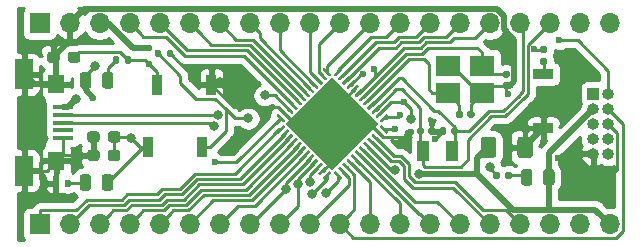
<source format=gbr>
G04 #@! TF.GenerationSoftware,KiCad,Pcbnew,(5.1.8-0-10_14)*
G04 #@! TF.CreationDate,2021-01-18T01:09:24+08:00*
G04 #@! TF.ProjectId,stm32f401_devboard,73746d33-3266-4343-9031-5f646576626f,rev?*
G04 #@! TF.SameCoordinates,Original*
G04 #@! TF.FileFunction,Copper,L1,Top*
G04 #@! TF.FilePolarity,Positive*
%FSLAX46Y46*%
G04 Gerber Fmt 4.6, Leading zero omitted, Abs format (unit mm)*
G04 Created by KiCad (PCBNEW (5.1.8-0-10_14)) date 2021-01-18 01:09:24*
%MOMM*%
%LPD*%
G01*
G04 APERTURE LIST*
G04 #@! TA.AperFunction,SMDPad,CuDef*
%ADD10R,0.899998X1.699997*%
G04 #@! TD*
G04 #@! TA.AperFunction,SMDPad,CuDef*
%ADD11R,1.699997X0.899998*%
G04 #@! TD*
G04 #@! TA.AperFunction,ComponentPad*
%ADD12O,1.700000X1.700000*%
G04 #@! TD*
G04 #@! TA.AperFunction,ComponentPad*
%ADD13R,1.700000X1.700000*%
G04 #@! TD*
G04 #@! TA.AperFunction,SMDPad,CuDef*
%ADD14R,1.400048X1.499997*%
G04 #@! TD*
G04 #@! TA.AperFunction,SMDPad,CuDef*
%ADD15R,1.499997X2.500000*%
G04 #@! TD*
G04 #@! TA.AperFunction,SMDPad,CuDef*
%ADD16R,1.799996X0.399999*%
G04 #@! TD*
G04 #@! TA.AperFunction,SMDPad,CuDef*
%ADD17R,1.000000X1.800000*%
G04 #@! TD*
G04 #@! TA.AperFunction,SMDPad,CuDef*
%ADD18R,2.100000X1.800000*%
G04 #@! TD*
G04 #@! TA.AperFunction,ComponentPad*
%ADD19O,1.000000X1.000000*%
G04 #@! TD*
G04 #@! TA.AperFunction,ComponentPad*
%ADD20R,1.000000X1.000000*%
G04 #@! TD*
G04 #@! TA.AperFunction,SMDPad,CuDef*
%ADD21C,0.100000*%
G04 #@! TD*
G04 #@! TA.AperFunction,ViaPad*
%ADD22C,0.800000*%
G04 #@! TD*
G04 #@! TA.AperFunction,ViaPad*
%ADD23C,0.600000*%
G04 #@! TD*
G04 #@! TA.AperFunction,Conductor*
%ADD24C,0.250000*%
G04 #@! TD*
G04 #@! TA.AperFunction,Conductor*
%ADD25C,0.500000*%
G04 #@! TD*
G04 #@! TA.AperFunction,Conductor*
%ADD26C,0.254000*%
G04 #@! TD*
G04 #@! TA.AperFunction,Conductor*
%ADD27C,0.100000*%
G04 #@! TD*
G04 APERTURE END LIST*
G04 #@! TA.AperFunction,SMDPad,CuDef*
G36*
G01*
X142960000Y-63150001D02*
X142960000Y-61849999D01*
G75*
G02*
X143209999Y-61600000I249999J0D01*
G01*
X144035001Y-61600000D01*
G75*
G02*
X144285000Y-61849999I0J-249999D01*
G01*
X144285000Y-63150001D01*
G75*
G02*
X144035001Y-63400000I-249999J0D01*
G01*
X143209999Y-63400000D01*
G75*
G02*
X142960000Y-63150001I0J249999D01*
G01*
G37*
G04 #@! TD.AperFunction*
G04 #@! TA.AperFunction,SMDPad,CuDef*
G36*
G01*
X139835000Y-63150001D02*
X139835000Y-61849999D01*
G75*
G02*
X140084999Y-61600000I249999J0D01*
G01*
X140910001Y-61600000D01*
G75*
G02*
X141160000Y-61849999I0J-249999D01*
G01*
X141160000Y-63150001D01*
G75*
G02*
X140910001Y-63400000I-249999J0D01*
G01*
X140084999Y-63400000D01*
G75*
G02*
X139835000Y-63150001I0J249999D01*
G01*
G37*
G04 #@! TD.AperFunction*
G04 #@! TA.AperFunction,SMDPad,CuDef*
G36*
G01*
X145130000Y-65496250D02*
X145130000Y-64583750D01*
G75*
G02*
X145373750Y-64340000I243750J0D01*
G01*
X145861250Y-64340000D01*
G75*
G02*
X146105000Y-64583750I0J-243750D01*
G01*
X146105000Y-65496250D01*
G75*
G02*
X145861250Y-65740000I-243750J0D01*
G01*
X145373750Y-65740000D01*
G75*
G02*
X145130000Y-65496250I0J243750D01*
G01*
G37*
G04 #@! TD.AperFunction*
G04 #@! TA.AperFunction,SMDPad,CuDef*
G36*
G01*
X143255000Y-65496250D02*
X143255000Y-64583750D01*
G75*
G02*
X143498750Y-64340000I243750J0D01*
G01*
X143986250Y-64340000D01*
G75*
G02*
X144230000Y-64583750I0J-243750D01*
G01*
X144230000Y-65496250D01*
G75*
G02*
X143986250Y-65740000I-243750J0D01*
G01*
X143498750Y-65740000D01*
G75*
G02*
X143255000Y-65496250I0J243750D01*
G01*
G37*
G04 #@! TD.AperFunction*
G04 #@! TA.AperFunction,SMDPad,CuDef*
G36*
G01*
X106880000Y-56373750D02*
X106880000Y-57286250D01*
G75*
G02*
X106636250Y-57530000I-243750J0D01*
G01*
X106148750Y-57530000D01*
G75*
G02*
X105905000Y-57286250I0J243750D01*
G01*
X105905000Y-56373750D01*
G75*
G02*
X106148750Y-56130000I243750J0D01*
G01*
X106636250Y-56130000D01*
G75*
G02*
X106880000Y-56373750I0J-243750D01*
G01*
G37*
G04 #@! TD.AperFunction*
G04 #@! TA.AperFunction,SMDPad,CuDef*
G36*
G01*
X108755000Y-56373750D02*
X108755000Y-57286250D01*
G75*
G02*
X108511250Y-57530000I-243750J0D01*
G01*
X108023750Y-57530000D01*
G75*
G02*
X107780000Y-57286250I0J243750D01*
G01*
X107780000Y-56373750D01*
G75*
G02*
X108023750Y-56130000I243750J0D01*
G01*
X108511250Y-56130000D01*
G75*
G02*
X108755000Y-56373750I0J-243750D01*
G01*
G37*
G04 #@! TD.AperFunction*
G04 #@! TA.AperFunction,SMDPad,CuDef*
G36*
G01*
X107757500Y-65936250D02*
X107757500Y-65023750D01*
G75*
G02*
X108001250Y-64780000I243750J0D01*
G01*
X108488750Y-64780000D01*
G75*
G02*
X108732500Y-65023750I0J-243750D01*
G01*
X108732500Y-65936250D01*
G75*
G02*
X108488750Y-66180000I-243750J0D01*
G01*
X108001250Y-66180000D01*
G75*
G02*
X107757500Y-65936250I0J243750D01*
G01*
G37*
G04 #@! TD.AperFunction*
G04 #@! TA.AperFunction,SMDPad,CuDef*
G36*
G01*
X105882500Y-65936250D02*
X105882500Y-65023750D01*
G75*
G02*
X106126250Y-64780000I243750J0D01*
G01*
X106613750Y-64780000D01*
G75*
G02*
X106857500Y-65023750I0J-243750D01*
G01*
X106857500Y-65936250D01*
G75*
G02*
X106613750Y-66180000I-243750J0D01*
G01*
X106126250Y-66180000D01*
G75*
G02*
X105882500Y-65936250I0J243750D01*
G01*
G37*
G04 #@! TD.AperFunction*
D10*
X116249970Y-62450000D03*
X111650030Y-62450000D03*
D11*
X145160000Y-56290030D03*
X145160000Y-60889970D03*
G04 #@! TA.AperFunction,SMDPad,CuDef*
G36*
G01*
X144985000Y-54980000D02*
X145355000Y-54980000D01*
G75*
G02*
X145490000Y-55115000I0J-135000D01*
G01*
X145490000Y-55385000D01*
G75*
G02*
X145355000Y-55520000I-135000J0D01*
G01*
X144985000Y-55520000D01*
G75*
G02*
X144850000Y-55385000I0J135000D01*
G01*
X144850000Y-55115000D01*
G75*
G02*
X144985000Y-54980000I135000J0D01*
G01*
G37*
G04 #@! TD.AperFunction*
G04 #@! TA.AperFunction,SMDPad,CuDef*
G36*
G01*
X144985000Y-53960000D02*
X145355000Y-53960000D01*
G75*
G02*
X145490000Y-54095000I0J-135000D01*
G01*
X145490000Y-54365000D01*
G75*
G02*
X145355000Y-54500000I-135000J0D01*
G01*
X144985000Y-54500000D01*
G75*
G02*
X144850000Y-54365000I0J135000D01*
G01*
X144850000Y-54095000D01*
G75*
G02*
X144985000Y-53960000I135000J0D01*
G01*
G37*
G04 #@! TD.AperFunction*
G04 #@! TA.AperFunction,SMDPad,CuDef*
G36*
G01*
X141460000Y-64685000D02*
X141460000Y-65055000D01*
G75*
G02*
X141325000Y-65190000I-135000J0D01*
G01*
X141055000Y-65190000D01*
G75*
G02*
X140920000Y-65055000I0J135000D01*
G01*
X140920000Y-64685000D01*
G75*
G02*
X141055000Y-64550000I135000J0D01*
G01*
X141325000Y-64550000D01*
G75*
G02*
X141460000Y-64685000I0J-135000D01*
G01*
G37*
G04 #@! TD.AperFunction*
G04 #@! TA.AperFunction,SMDPad,CuDef*
G36*
G01*
X142480000Y-64685000D02*
X142480000Y-65055000D01*
G75*
G02*
X142345000Y-65190000I-135000J0D01*
G01*
X142075000Y-65190000D01*
G75*
G02*
X141940000Y-65055000I0J135000D01*
G01*
X141940000Y-64685000D01*
G75*
G02*
X142075000Y-64550000I135000J0D01*
G01*
X142345000Y-64550000D01*
G75*
G02*
X142480000Y-64685000I0J-135000D01*
G01*
G37*
G04 #@! TD.AperFunction*
G04 #@! TA.AperFunction,SMDPad,CuDef*
G36*
G01*
X109725000Y-55285000D02*
X109725000Y-54915000D01*
G75*
G02*
X109860000Y-54780000I135000J0D01*
G01*
X110130000Y-54780000D01*
G75*
G02*
X110265000Y-54915000I0J-135000D01*
G01*
X110265000Y-55285000D01*
G75*
G02*
X110130000Y-55420000I-135000J0D01*
G01*
X109860000Y-55420000D01*
G75*
G02*
X109725000Y-55285000I0J135000D01*
G01*
G37*
G04 #@! TD.AperFunction*
G04 #@! TA.AperFunction,SMDPad,CuDef*
G36*
G01*
X108705000Y-55285000D02*
X108705000Y-54915000D01*
G75*
G02*
X108840000Y-54780000I135000J0D01*
G01*
X109110000Y-54780000D01*
G75*
G02*
X109245000Y-54915000I0J-135000D01*
G01*
X109245000Y-55285000D01*
G75*
G02*
X109110000Y-55420000I-135000J0D01*
G01*
X108840000Y-55420000D01*
G75*
G02*
X108705000Y-55285000I0J135000D01*
G01*
G37*
G04 #@! TD.AperFunction*
G04 #@! TA.AperFunction,SMDPad,CuDef*
G36*
G01*
X104130000Y-65365000D02*
X104130000Y-65735000D01*
G75*
G02*
X103995000Y-65870000I-135000J0D01*
G01*
X103725000Y-65870000D01*
G75*
G02*
X103590000Y-65735000I0J135000D01*
G01*
X103590000Y-65365000D01*
G75*
G02*
X103725000Y-65230000I135000J0D01*
G01*
X103995000Y-65230000D01*
G75*
G02*
X104130000Y-65365000I0J-135000D01*
G01*
G37*
G04 #@! TD.AperFunction*
G04 #@! TA.AperFunction,SMDPad,CuDef*
G36*
G01*
X105150000Y-65365000D02*
X105150000Y-65735000D01*
G75*
G02*
X105015000Y-65870000I-135000J0D01*
G01*
X104745000Y-65870000D01*
G75*
G02*
X104610000Y-65735000I0J135000D01*
G01*
X104610000Y-65365000D01*
G75*
G02*
X104745000Y-65230000I135000J0D01*
G01*
X105015000Y-65230000D01*
G75*
G02*
X105150000Y-65365000I0J-135000D01*
G01*
G37*
G04 #@! TD.AperFunction*
G04 #@! TA.AperFunction,SMDPad,CuDef*
G36*
G01*
X112790000Y-54365000D02*
X112790000Y-54735000D01*
G75*
G02*
X112655000Y-54870000I-135000J0D01*
G01*
X112385000Y-54870000D01*
G75*
G02*
X112250000Y-54735000I0J135000D01*
G01*
X112250000Y-54365000D01*
G75*
G02*
X112385000Y-54230000I135000J0D01*
G01*
X112655000Y-54230000D01*
G75*
G02*
X112790000Y-54365000I0J-135000D01*
G01*
G37*
G04 #@! TD.AperFunction*
G04 #@! TA.AperFunction,SMDPad,CuDef*
G36*
G01*
X113810000Y-54365000D02*
X113810000Y-54735000D01*
G75*
G02*
X113675000Y-54870000I-135000J0D01*
G01*
X113405000Y-54870000D01*
G75*
G02*
X113270000Y-54735000I0J135000D01*
G01*
X113270000Y-54365000D01*
G75*
G02*
X113405000Y-54230000I135000J0D01*
G01*
X113675000Y-54230000D01*
G75*
G02*
X113810000Y-54365000I0J-135000D01*
G01*
G37*
G04 #@! TD.AperFunction*
G04 #@! TA.AperFunction,SMDPad,CuDef*
G36*
G01*
X135020000Y-60950000D02*
X135020000Y-61290000D01*
G75*
G02*
X134880000Y-61430000I-140000J0D01*
G01*
X134600000Y-61430000D01*
G75*
G02*
X134460000Y-61290000I0J140000D01*
G01*
X134460000Y-60950000D01*
G75*
G02*
X134600000Y-60810000I140000J0D01*
G01*
X134880000Y-60810000D01*
G75*
G02*
X135020000Y-60950000I0J-140000D01*
G01*
G37*
G04 #@! TD.AperFunction*
G04 #@! TA.AperFunction,SMDPad,CuDef*
G36*
G01*
X135980000Y-60950000D02*
X135980000Y-61290000D01*
G75*
G02*
X135840000Y-61430000I-140000J0D01*
G01*
X135560000Y-61430000D01*
G75*
G02*
X135420000Y-61290000I0J140000D01*
G01*
X135420000Y-60950000D01*
G75*
G02*
X135560000Y-60810000I140000J0D01*
G01*
X135840000Y-60810000D01*
G75*
G02*
X135980000Y-60950000I0J-140000D01*
G01*
G37*
G04 #@! TD.AperFunction*
G04 #@! TA.AperFunction,SMDPad,CuDef*
G36*
G01*
X137350000Y-61290000D02*
X137350000Y-60950000D01*
G75*
G02*
X137490000Y-60810000I140000J0D01*
G01*
X137770000Y-60810000D01*
G75*
G02*
X137910000Y-60950000I0J-140000D01*
G01*
X137910000Y-61290000D01*
G75*
G02*
X137770000Y-61430000I-140000J0D01*
G01*
X137490000Y-61430000D01*
G75*
G02*
X137350000Y-61290000I0J140000D01*
G01*
G37*
G04 #@! TD.AperFunction*
G04 #@! TA.AperFunction,SMDPad,CuDef*
G36*
G01*
X136390000Y-61290000D02*
X136390000Y-60950000D01*
G75*
G02*
X136530000Y-60810000I140000J0D01*
G01*
X136810000Y-60810000D01*
G75*
G02*
X136950000Y-60950000I0J-140000D01*
G01*
X136950000Y-61290000D01*
G75*
G02*
X136810000Y-61430000I-140000J0D01*
G01*
X136530000Y-61430000D01*
G75*
G02*
X136390000Y-61290000I0J140000D01*
G01*
G37*
G04 #@! TD.AperFunction*
G04 #@! TA.AperFunction,SMDPad,CuDef*
G36*
G01*
X142180000Y-56590000D02*
X141840000Y-56590000D01*
G75*
G02*
X141700000Y-56450000I0J140000D01*
G01*
X141700000Y-56170000D01*
G75*
G02*
X141840000Y-56030000I140000J0D01*
G01*
X142180000Y-56030000D01*
G75*
G02*
X142320000Y-56170000I0J-140000D01*
G01*
X142320000Y-56450000D01*
G75*
G02*
X142180000Y-56590000I-140000J0D01*
G01*
G37*
G04 #@! TD.AperFunction*
G04 #@! TA.AperFunction,SMDPad,CuDef*
G36*
G01*
X142180000Y-57550000D02*
X141840000Y-57550000D01*
G75*
G02*
X141700000Y-57410000I0J140000D01*
G01*
X141700000Y-57130000D01*
G75*
G02*
X141840000Y-56990000I140000J0D01*
G01*
X142180000Y-56990000D01*
G75*
G02*
X142320000Y-57130000I0J-140000D01*
G01*
X142320000Y-57410000D01*
G75*
G02*
X142180000Y-57550000I-140000J0D01*
G01*
G37*
G04 #@! TD.AperFunction*
G04 #@! TA.AperFunction,SMDPad,CuDef*
G36*
G01*
X138330000Y-59550000D02*
X138330000Y-59890000D01*
G75*
G02*
X138190000Y-60030000I-140000J0D01*
G01*
X137910000Y-60030000D01*
G75*
G02*
X137770000Y-59890000I0J140000D01*
G01*
X137770000Y-59550000D01*
G75*
G02*
X137910000Y-59410000I140000J0D01*
G01*
X138190000Y-59410000D01*
G75*
G02*
X138330000Y-59550000I0J-140000D01*
G01*
G37*
G04 #@! TD.AperFunction*
G04 #@! TA.AperFunction,SMDPad,CuDef*
G36*
G01*
X139290000Y-59550000D02*
X139290000Y-59890000D01*
G75*
G02*
X139150000Y-60030000I-140000J0D01*
G01*
X138870000Y-60030000D01*
G75*
G02*
X138730000Y-59890000I0J140000D01*
G01*
X138730000Y-59550000D01*
G75*
G02*
X138870000Y-59410000I140000J0D01*
G01*
X139150000Y-59410000D01*
G75*
G02*
X139290000Y-59550000I0J-140000D01*
G01*
G37*
G04 #@! TD.AperFunction*
D12*
X150760000Y-69000000D03*
X148220000Y-69000000D03*
X145680000Y-69000000D03*
X143140000Y-69000000D03*
X140600000Y-69000000D03*
X138060000Y-69000000D03*
X135520000Y-69000000D03*
X132980000Y-69000000D03*
X130440000Y-69000000D03*
X127900000Y-69000000D03*
X125360000Y-69000000D03*
X122820000Y-69000000D03*
X120280000Y-69000000D03*
X117740000Y-69000000D03*
X115200000Y-69000000D03*
X112660000Y-69000000D03*
X110120000Y-69000000D03*
X107580000Y-69000000D03*
X105040000Y-69000000D03*
D13*
X102500000Y-69000000D03*
D12*
X150760000Y-52000000D03*
X148220000Y-52000000D03*
X145680000Y-52000000D03*
X143140000Y-52000000D03*
X140600000Y-52000000D03*
X138060000Y-52000000D03*
X135520000Y-52000000D03*
X132980000Y-52000000D03*
X130440000Y-52000000D03*
X127900000Y-52000000D03*
X125360000Y-52000000D03*
X122820000Y-52000000D03*
X120280000Y-52000000D03*
X117740000Y-52000000D03*
X115200000Y-52000000D03*
X112660000Y-52000000D03*
X110120000Y-52000000D03*
X107580000Y-52000000D03*
X105040000Y-52000000D03*
D13*
X102500000Y-52000000D03*
D10*
X112450030Y-57200000D03*
X117049970Y-57200000D03*
D14*
X103930516Y-57150070D03*
X103930516Y-63649930D03*
D15*
X101189602Y-56325078D03*
X101189602Y-64474922D03*
D16*
X104510652Y-59103584D03*
X104510652Y-59753824D03*
X104510652Y-60404064D03*
X104510652Y-61054304D03*
X104510652Y-61704544D03*
D17*
X134960000Y-62840000D03*
X137460000Y-62840000D03*
D18*
X137060000Y-55620000D03*
X139960000Y-55620000D03*
X139960000Y-57920000D03*
X137060000Y-57920000D03*
D19*
X149365000Y-63040000D03*
X150635000Y-63040000D03*
X149365000Y-61770000D03*
X150635000Y-61770000D03*
X149365000Y-60500000D03*
X150635000Y-60500000D03*
X149365000Y-59230000D03*
X150635000Y-59230000D03*
X150635000Y-57960000D03*
D20*
X149365000Y-57960000D03*
G04 #@! TA.AperFunction,SMDPad,CuDef*
D21*
G36*
X127300000Y-56540202D02*
G01*
X131259798Y-60500000D01*
X127300000Y-64459798D01*
X123340202Y-60500000D01*
X127300000Y-56540202D01*
G37*
G04 #@! TD.AperFunction*
G04 #@! TA.AperFunction,SMDPad,CuDef*
G36*
G01*
X131498446Y-60632583D02*
X132028776Y-61162913D01*
G75*
G02*
X132028776Y-61251301I-44194J-44194D01*
G01*
X131940388Y-61339689D01*
G75*
G02*
X131852000Y-61339689I-44194J44194D01*
G01*
X131321670Y-60809359D01*
G75*
G02*
X131321670Y-60720971I44194J44194D01*
G01*
X131410058Y-60632583D01*
G75*
G02*
X131498446Y-60632583I44194J-44194D01*
G01*
G37*
G04 #@! TD.AperFunction*
G04 #@! TA.AperFunction,SMDPad,CuDef*
G36*
G01*
X131144893Y-60986136D02*
X131675223Y-61516466D01*
G75*
G02*
X131675223Y-61604854I-44194J-44194D01*
G01*
X131586835Y-61693242D01*
G75*
G02*
X131498447Y-61693242I-44194J44194D01*
G01*
X130968117Y-61162912D01*
G75*
G02*
X130968117Y-61074524I44194J44194D01*
G01*
X131056505Y-60986136D01*
G75*
G02*
X131144893Y-60986136I44194J-44194D01*
G01*
G37*
G04 #@! TD.AperFunction*
G04 #@! TA.AperFunction,SMDPad,CuDef*
G36*
G01*
X130791339Y-61339690D02*
X131321669Y-61870020D01*
G75*
G02*
X131321669Y-61958408I-44194J-44194D01*
G01*
X131233281Y-62046796D01*
G75*
G02*
X131144893Y-62046796I-44194J44194D01*
G01*
X130614563Y-61516466D01*
G75*
G02*
X130614563Y-61428078I44194J44194D01*
G01*
X130702951Y-61339690D01*
G75*
G02*
X130791339Y-61339690I44194J-44194D01*
G01*
G37*
G04 #@! TD.AperFunction*
G04 #@! TA.AperFunction,SMDPad,CuDef*
G36*
G01*
X130437786Y-61693243D02*
X130968116Y-62223573D01*
G75*
G02*
X130968116Y-62311961I-44194J-44194D01*
G01*
X130879728Y-62400349D01*
G75*
G02*
X130791340Y-62400349I-44194J44194D01*
G01*
X130261010Y-61870019D01*
G75*
G02*
X130261010Y-61781631I44194J44194D01*
G01*
X130349398Y-61693243D01*
G75*
G02*
X130437786Y-61693243I44194J-44194D01*
G01*
G37*
G04 #@! TD.AperFunction*
G04 #@! TA.AperFunction,SMDPad,CuDef*
G36*
G01*
X130084233Y-62046796D02*
X130614563Y-62577126D01*
G75*
G02*
X130614563Y-62665514I-44194J-44194D01*
G01*
X130526175Y-62753902D01*
G75*
G02*
X130437787Y-62753902I-44194J44194D01*
G01*
X129907457Y-62223572D01*
G75*
G02*
X129907457Y-62135184I44194J44194D01*
G01*
X129995845Y-62046796D01*
G75*
G02*
X130084233Y-62046796I44194J-44194D01*
G01*
G37*
G04 #@! TD.AperFunction*
G04 #@! TA.AperFunction,SMDPad,CuDef*
G36*
G01*
X129730679Y-62400350D02*
X130261009Y-62930680D01*
G75*
G02*
X130261009Y-63019068I-44194J-44194D01*
G01*
X130172621Y-63107456D01*
G75*
G02*
X130084233Y-63107456I-44194J44194D01*
G01*
X129553903Y-62577126D01*
G75*
G02*
X129553903Y-62488738I44194J44194D01*
G01*
X129642291Y-62400350D01*
G75*
G02*
X129730679Y-62400350I44194J-44194D01*
G01*
G37*
G04 #@! TD.AperFunction*
G04 #@! TA.AperFunction,SMDPad,CuDef*
G36*
G01*
X129377126Y-62753903D02*
X129907456Y-63284233D01*
G75*
G02*
X129907456Y-63372621I-44194J-44194D01*
G01*
X129819068Y-63461009D01*
G75*
G02*
X129730680Y-63461009I-44194J44194D01*
G01*
X129200350Y-62930679D01*
G75*
G02*
X129200350Y-62842291I44194J44194D01*
G01*
X129288738Y-62753903D01*
G75*
G02*
X129377126Y-62753903I44194J-44194D01*
G01*
G37*
G04 #@! TD.AperFunction*
G04 #@! TA.AperFunction,SMDPad,CuDef*
G36*
G01*
X129023572Y-63107457D02*
X129553902Y-63637787D01*
G75*
G02*
X129553902Y-63726175I-44194J-44194D01*
G01*
X129465514Y-63814563D01*
G75*
G02*
X129377126Y-63814563I-44194J44194D01*
G01*
X128846796Y-63284233D01*
G75*
G02*
X128846796Y-63195845I44194J44194D01*
G01*
X128935184Y-63107457D01*
G75*
G02*
X129023572Y-63107457I44194J-44194D01*
G01*
G37*
G04 #@! TD.AperFunction*
G04 #@! TA.AperFunction,SMDPad,CuDef*
G36*
G01*
X128670019Y-63461010D02*
X129200349Y-63991340D01*
G75*
G02*
X129200349Y-64079728I-44194J-44194D01*
G01*
X129111961Y-64168116D01*
G75*
G02*
X129023573Y-64168116I-44194J44194D01*
G01*
X128493243Y-63637786D01*
G75*
G02*
X128493243Y-63549398I44194J44194D01*
G01*
X128581631Y-63461010D01*
G75*
G02*
X128670019Y-63461010I44194J-44194D01*
G01*
G37*
G04 #@! TD.AperFunction*
G04 #@! TA.AperFunction,SMDPad,CuDef*
G36*
G01*
X128316466Y-63814563D02*
X128846796Y-64344893D01*
G75*
G02*
X128846796Y-64433281I-44194J-44194D01*
G01*
X128758408Y-64521669D01*
G75*
G02*
X128670020Y-64521669I-44194J44194D01*
G01*
X128139690Y-63991339D01*
G75*
G02*
X128139690Y-63902951I44194J44194D01*
G01*
X128228078Y-63814563D01*
G75*
G02*
X128316466Y-63814563I44194J-44194D01*
G01*
G37*
G04 #@! TD.AperFunction*
G04 #@! TA.AperFunction,SMDPad,CuDef*
G36*
G01*
X127962912Y-64168117D02*
X128493242Y-64698447D01*
G75*
G02*
X128493242Y-64786835I-44194J-44194D01*
G01*
X128404854Y-64875223D01*
G75*
G02*
X128316466Y-64875223I-44194J44194D01*
G01*
X127786136Y-64344893D01*
G75*
G02*
X127786136Y-64256505I44194J44194D01*
G01*
X127874524Y-64168117D01*
G75*
G02*
X127962912Y-64168117I44194J-44194D01*
G01*
G37*
G04 #@! TD.AperFunction*
G04 #@! TA.AperFunction,SMDPad,CuDef*
G36*
G01*
X127609359Y-64521670D02*
X128139689Y-65052000D01*
G75*
G02*
X128139689Y-65140388I-44194J-44194D01*
G01*
X128051301Y-65228776D01*
G75*
G02*
X127962913Y-65228776I-44194J44194D01*
G01*
X127432583Y-64698446D01*
G75*
G02*
X127432583Y-64610058I44194J44194D01*
G01*
X127520971Y-64521670D01*
G75*
G02*
X127609359Y-64521670I44194J-44194D01*
G01*
G37*
G04 #@! TD.AperFunction*
G04 #@! TA.AperFunction,SMDPad,CuDef*
G36*
G01*
X127079029Y-64521670D02*
X127167417Y-64610058D01*
G75*
G02*
X127167417Y-64698446I-44194J-44194D01*
G01*
X126637087Y-65228776D01*
G75*
G02*
X126548699Y-65228776I-44194J44194D01*
G01*
X126460311Y-65140388D01*
G75*
G02*
X126460311Y-65052000I44194J44194D01*
G01*
X126990641Y-64521670D01*
G75*
G02*
X127079029Y-64521670I44194J-44194D01*
G01*
G37*
G04 #@! TD.AperFunction*
G04 #@! TA.AperFunction,SMDPad,CuDef*
G36*
G01*
X126725476Y-64168117D02*
X126813864Y-64256505D01*
G75*
G02*
X126813864Y-64344893I-44194J-44194D01*
G01*
X126283534Y-64875223D01*
G75*
G02*
X126195146Y-64875223I-44194J44194D01*
G01*
X126106758Y-64786835D01*
G75*
G02*
X126106758Y-64698447I44194J44194D01*
G01*
X126637088Y-64168117D01*
G75*
G02*
X126725476Y-64168117I44194J-44194D01*
G01*
G37*
G04 #@! TD.AperFunction*
G04 #@! TA.AperFunction,SMDPad,CuDef*
G36*
G01*
X126371922Y-63814563D02*
X126460310Y-63902951D01*
G75*
G02*
X126460310Y-63991339I-44194J-44194D01*
G01*
X125929980Y-64521669D01*
G75*
G02*
X125841592Y-64521669I-44194J44194D01*
G01*
X125753204Y-64433281D01*
G75*
G02*
X125753204Y-64344893I44194J44194D01*
G01*
X126283534Y-63814563D01*
G75*
G02*
X126371922Y-63814563I44194J-44194D01*
G01*
G37*
G04 #@! TD.AperFunction*
G04 #@! TA.AperFunction,SMDPad,CuDef*
G36*
G01*
X126018369Y-63461010D02*
X126106757Y-63549398D01*
G75*
G02*
X126106757Y-63637786I-44194J-44194D01*
G01*
X125576427Y-64168116D01*
G75*
G02*
X125488039Y-64168116I-44194J44194D01*
G01*
X125399651Y-64079728D01*
G75*
G02*
X125399651Y-63991340I44194J44194D01*
G01*
X125929981Y-63461010D01*
G75*
G02*
X126018369Y-63461010I44194J-44194D01*
G01*
G37*
G04 #@! TD.AperFunction*
G04 #@! TA.AperFunction,SMDPad,CuDef*
G36*
G01*
X125664816Y-63107457D02*
X125753204Y-63195845D01*
G75*
G02*
X125753204Y-63284233I-44194J-44194D01*
G01*
X125222874Y-63814563D01*
G75*
G02*
X125134486Y-63814563I-44194J44194D01*
G01*
X125046098Y-63726175D01*
G75*
G02*
X125046098Y-63637787I44194J44194D01*
G01*
X125576428Y-63107457D01*
G75*
G02*
X125664816Y-63107457I44194J-44194D01*
G01*
G37*
G04 #@! TD.AperFunction*
G04 #@! TA.AperFunction,SMDPad,CuDef*
G36*
G01*
X125311262Y-62753903D02*
X125399650Y-62842291D01*
G75*
G02*
X125399650Y-62930679I-44194J-44194D01*
G01*
X124869320Y-63461009D01*
G75*
G02*
X124780932Y-63461009I-44194J44194D01*
G01*
X124692544Y-63372621D01*
G75*
G02*
X124692544Y-63284233I44194J44194D01*
G01*
X125222874Y-62753903D01*
G75*
G02*
X125311262Y-62753903I44194J-44194D01*
G01*
G37*
G04 #@! TD.AperFunction*
G04 #@! TA.AperFunction,SMDPad,CuDef*
G36*
G01*
X124957709Y-62400350D02*
X125046097Y-62488738D01*
G75*
G02*
X125046097Y-62577126I-44194J-44194D01*
G01*
X124515767Y-63107456D01*
G75*
G02*
X124427379Y-63107456I-44194J44194D01*
G01*
X124338991Y-63019068D01*
G75*
G02*
X124338991Y-62930680I44194J44194D01*
G01*
X124869321Y-62400350D01*
G75*
G02*
X124957709Y-62400350I44194J-44194D01*
G01*
G37*
G04 #@! TD.AperFunction*
G04 #@! TA.AperFunction,SMDPad,CuDef*
G36*
G01*
X124604155Y-62046796D02*
X124692543Y-62135184D01*
G75*
G02*
X124692543Y-62223572I-44194J-44194D01*
G01*
X124162213Y-62753902D01*
G75*
G02*
X124073825Y-62753902I-44194J44194D01*
G01*
X123985437Y-62665514D01*
G75*
G02*
X123985437Y-62577126I44194J44194D01*
G01*
X124515767Y-62046796D01*
G75*
G02*
X124604155Y-62046796I44194J-44194D01*
G01*
G37*
G04 #@! TD.AperFunction*
G04 #@! TA.AperFunction,SMDPad,CuDef*
G36*
G01*
X124250602Y-61693243D02*
X124338990Y-61781631D01*
G75*
G02*
X124338990Y-61870019I-44194J-44194D01*
G01*
X123808660Y-62400349D01*
G75*
G02*
X123720272Y-62400349I-44194J44194D01*
G01*
X123631884Y-62311961D01*
G75*
G02*
X123631884Y-62223573I44194J44194D01*
G01*
X124162214Y-61693243D01*
G75*
G02*
X124250602Y-61693243I44194J-44194D01*
G01*
G37*
G04 #@! TD.AperFunction*
G04 #@! TA.AperFunction,SMDPad,CuDef*
G36*
G01*
X123897049Y-61339690D02*
X123985437Y-61428078D01*
G75*
G02*
X123985437Y-61516466I-44194J-44194D01*
G01*
X123455107Y-62046796D01*
G75*
G02*
X123366719Y-62046796I-44194J44194D01*
G01*
X123278331Y-61958408D01*
G75*
G02*
X123278331Y-61870020I44194J44194D01*
G01*
X123808661Y-61339690D01*
G75*
G02*
X123897049Y-61339690I44194J-44194D01*
G01*
G37*
G04 #@! TD.AperFunction*
G04 #@! TA.AperFunction,SMDPad,CuDef*
G36*
G01*
X123543495Y-60986136D02*
X123631883Y-61074524D01*
G75*
G02*
X123631883Y-61162912I-44194J-44194D01*
G01*
X123101553Y-61693242D01*
G75*
G02*
X123013165Y-61693242I-44194J44194D01*
G01*
X122924777Y-61604854D01*
G75*
G02*
X122924777Y-61516466I44194J44194D01*
G01*
X123455107Y-60986136D01*
G75*
G02*
X123543495Y-60986136I44194J-44194D01*
G01*
G37*
G04 #@! TD.AperFunction*
G04 #@! TA.AperFunction,SMDPad,CuDef*
G36*
G01*
X123189942Y-60632583D02*
X123278330Y-60720971D01*
G75*
G02*
X123278330Y-60809359I-44194J-44194D01*
G01*
X122748000Y-61339689D01*
G75*
G02*
X122659612Y-61339689I-44194J44194D01*
G01*
X122571224Y-61251301D01*
G75*
G02*
X122571224Y-61162913I44194J44194D01*
G01*
X123101554Y-60632583D01*
G75*
G02*
X123189942Y-60632583I44194J-44194D01*
G01*
G37*
G04 #@! TD.AperFunction*
G04 #@! TA.AperFunction,SMDPad,CuDef*
G36*
G01*
X122748000Y-59660311D02*
X123278330Y-60190641D01*
G75*
G02*
X123278330Y-60279029I-44194J-44194D01*
G01*
X123189942Y-60367417D01*
G75*
G02*
X123101554Y-60367417I-44194J44194D01*
G01*
X122571224Y-59837087D01*
G75*
G02*
X122571224Y-59748699I44194J44194D01*
G01*
X122659612Y-59660311D01*
G75*
G02*
X122748000Y-59660311I44194J-44194D01*
G01*
G37*
G04 #@! TD.AperFunction*
G04 #@! TA.AperFunction,SMDPad,CuDef*
G36*
G01*
X123101553Y-59306758D02*
X123631883Y-59837088D01*
G75*
G02*
X123631883Y-59925476I-44194J-44194D01*
G01*
X123543495Y-60013864D01*
G75*
G02*
X123455107Y-60013864I-44194J44194D01*
G01*
X122924777Y-59483534D01*
G75*
G02*
X122924777Y-59395146I44194J44194D01*
G01*
X123013165Y-59306758D01*
G75*
G02*
X123101553Y-59306758I44194J-44194D01*
G01*
G37*
G04 #@! TD.AperFunction*
G04 #@! TA.AperFunction,SMDPad,CuDef*
G36*
G01*
X123455107Y-58953204D02*
X123985437Y-59483534D01*
G75*
G02*
X123985437Y-59571922I-44194J-44194D01*
G01*
X123897049Y-59660310D01*
G75*
G02*
X123808661Y-59660310I-44194J44194D01*
G01*
X123278331Y-59129980D01*
G75*
G02*
X123278331Y-59041592I44194J44194D01*
G01*
X123366719Y-58953204D01*
G75*
G02*
X123455107Y-58953204I44194J-44194D01*
G01*
G37*
G04 #@! TD.AperFunction*
G04 #@! TA.AperFunction,SMDPad,CuDef*
G36*
G01*
X123808660Y-58599651D02*
X124338990Y-59129981D01*
G75*
G02*
X124338990Y-59218369I-44194J-44194D01*
G01*
X124250602Y-59306757D01*
G75*
G02*
X124162214Y-59306757I-44194J44194D01*
G01*
X123631884Y-58776427D01*
G75*
G02*
X123631884Y-58688039I44194J44194D01*
G01*
X123720272Y-58599651D01*
G75*
G02*
X123808660Y-58599651I44194J-44194D01*
G01*
G37*
G04 #@! TD.AperFunction*
G04 #@! TA.AperFunction,SMDPad,CuDef*
G36*
G01*
X124162213Y-58246098D02*
X124692543Y-58776428D01*
G75*
G02*
X124692543Y-58864816I-44194J-44194D01*
G01*
X124604155Y-58953204D01*
G75*
G02*
X124515767Y-58953204I-44194J44194D01*
G01*
X123985437Y-58422874D01*
G75*
G02*
X123985437Y-58334486I44194J44194D01*
G01*
X124073825Y-58246098D01*
G75*
G02*
X124162213Y-58246098I44194J-44194D01*
G01*
G37*
G04 #@! TD.AperFunction*
G04 #@! TA.AperFunction,SMDPad,CuDef*
G36*
G01*
X124515767Y-57892544D02*
X125046097Y-58422874D01*
G75*
G02*
X125046097Y-58511262I-44194J-44194D01*
G01*
X124957709Y-58599650D01*
G75*
G02*
X124869321Y-58599650I-44194J44194D01*
G01*
X124338991Y-58069320D01*
G75*
G02*
X124338991Y-57980932I44194J44194D01*
G01*
X124427379Y-57892544D01*
G75*
G02*
X124515767Y-57892544I44194J-44194D01*
G01*
G37*
G04 #@! TD.AperFunction*
G04 #@! TA.AperFunction,SMDPad,CuDef*
G36*
G01*
X124869320Y-57538991D02*
X125399650Y-58069321D01*
G75*
G02*
X125399650Y-58157709I-44194J-44194D01*
G01*
X125311262Y-58246097D01*
G75*
G02*
X125222874Y-58246097I-44194J44194D01*
G01*
X124692544Y-57715767D01*
G75*
G02*
X124692544Y-57627379I44194J44194D01*
G01*
X124780932Y-57538991D01*
G75*
G02*
X124869320Y-57538991I44194J-44194D01*
G01*
G37*
G04 #@! TD.AperFunction*
G04 #@! TA.AperFunction,SMDPad,CuDef*
G36*
G01*
X125222874Y-57185437D02*
X125753204Y-57715767D01*
G75*
G02*
X125753204Y-57804155I-44194J-44194D01*
G01*
X125664816Y-57892543D01*
G75*
G02*
X125576428Y-57892543I-44194J44194D01*
G01*
X125046098Y-57362213D01*
G75*
G02*
X125046098Y-57273825I44194J44194D01*
G01*
X125134486Y-57185437D01*
G75*
G02*
X125222874Y-57185437I44194J-44194D01*
G01*
G37*
G04 #@! TD.AperFunction*
G04 #@! TA.AperFunction,SMDPad,CuDef*
G36*
G01*
X125576427Y-56831884D02*
X126106757Y-57362214D01*
G75*
G02*
X126106757Y-57450602I-44194J-44194D01*
G01*
X126018369Y-57538990D01*
G75*
G02*
X125929981Y-57538990I-44194J44194D01*
G01*
X125399651Y-57008660D01*
G75*
G02*
X125399651Y-56920272I44194J44194D01*
G01*
X125488039Y-56831884D01*
G75*
G02*
X125576427Y-56831884I44194J-44194D01*
G01*
G37*
G04 #@! TD.AperFunction*
G04 #@! TA.AperFunction,SMDPad,CuDef*
G36*
G01*
X125929980Y-56478331D02*
X126460310Y-57008661D01*
G75*
G02*
X126460310Y-57097049I-44194J-44194D01*
G01*
X126371922Y-57185437D01*
G75*
G02*
X126283534Y-57185437I-44194J44194D01*
G01*
X125753204Y-56655107D01*
G75*
G02*
X125753204Y-56566719I44194J44194D01*
G01*
X125841592Y-56478331D01*
G75*
G02*
X125929980Y-56478331I44194J-44194D01*
G01*
G37*
G04 #@! TD.AperFunction*
G04 #@! TA.AperFunction,SMDPad,CuDef*
G36*
G01*
X126283534Y-56124777D02*
X126813864Y-56655107D01*
G75*
G02*
X126813864Y-56743495I-44194J-44194D01*
G01*
X126725476Y-56831883D01*
G75*
G02*
X126637088Y-56831883I-44194J44194D01*
G01*
X126106758Y-56301553D01*
G75*
G02*
X126106758Y-56213165I44194J44194D01*
G01*
X126195146Y-56124777D01*
G75*
G02*
X126283534Y-56124777I44194J-44194D01*
G01*
G37*
G04 #@! TD.AperFunction*
G04 #@! TA.AperFunction,SMDPad,CuDef*
G36*
G01*
X126637087Y-55771224D02*
X127167417Y-56301554D01*
G75*
G02*
X127167417Y-56389942I-44194J-44194D01*
G01*
X127079029Y-56478330D01*
G75*
G02*
X126990641Y-56478330I-44194J44194D01*
G01*
X126460311Y-55948000D01*
G75*
G02*
X126460311Y-55859612I44194J44194D01*
G01*
X126548699Y-55771224D01*
G75*
G02*
X126637087Y-55771224I44194J-44194D01*
G01*
G37*
G04 #@! TD.AperFunction*
G04 #@! TA.AperFunction,SMDPad,CuDef*
G36*
G01*
X128051301Y-55771224D02*
X128139689Y-55859612D01*
G75*
G02*
X128139689Y-55948000I-44194J-44194D01*
G01*
X127609359Y-56478330D01*
G75*
G02*
X127520971Y-56478330I-44194J44194D01*
G01*
X127432583Y-56389942D01*
G75*
G02*
X127432583Y-56301554I44194J44194D01*
G01*
X127962913Y-55771224D01*
G75*
G02*
X128051301Y-55771224I44194J-44194D01*
G01*
G37*
G04 #@! TD.AperFunction*
G04 #@! TA.AperFunction,SMDPad,CuDef*
G36*
G01*
X128404854Y-56124777D02*
X128493242Y-56213165D01*
G75*
G02*
X128493242Y-56301553I-44194J-44194D01*
G01*
X127962912Y-56831883D01*
G75*
G02*
X127874524Y-56831883I-44194J44194D01*
G01*
X127786136Y-56743495D01*
G75*
G02*
X127786136Y-56655107I44194J44194D01*
G01*
X128316466Y-56124777D01*
G75*
G02*
X128404854Y-56124777I44194J-44194D01*
G01*
G37*
G04 #@! TD.AperFunction*
G04 #@! TA.AperFunction,SMDPad,CuDef*
G36*
G01*
X128758408Y-56478331D02*
X128846796Y-56566719D01*
G75*
G02*
X128846796Y-56655107I-44194J-44194D01*
G01*
X128316466Y-57185437D01*
G75*
G02*
X128228078Y-57185437I-44194J44194D01*
G01*
X128139690Y-57097049D01*
G75*
G02*
X128139690Y-57008661I44194J44194D01*
G01*
X128670020Y-56478331D01*
G75*
G02*
X128758408Y-56478331I44194J-44194D01*
G01*
G37*
G04 #@! TD.AperFunction*
G04 #@! TA.AperFunction,SMDPad,CuDef*
G36*
G01*
X129111961Y-56831884D02*
X129200349Y-56920272D01*
G75*
G02*
X129200349Y-57008660I-44194J-44194D01*
G01*
X128670019Y-57538990D01*
G75*
G02*
X128581631Y-57538990I-44194J44194D01*
G01*
X128493243Y-57450602D01*
G75*
G02*
X128493243Y-57362214I44194J44194D01*
G01*
X129023573Y-56831884D01*
G75*
G02*
X129111961Y-56831884I44194J-44194D01*
G01*
G37*
G04 #@! TD.AperFunction*
G04 #@! TA.AperFunction,SMDPad,CuDef*
G36*
G01*
X129465514Y-57185437D02*
X129553902Y-57273825D01*
G75*
G02*
X129553902Y-57362213I-44194J-44194D01*
G01*
X129023572Y-57892543D01*
G75*
G02*
X128935184Y-57892543I-44194J44194D01*
G01*
X128846796Y-57804155D01*
G75*
G02*
X128846796Y-57715767I44194J44194D01*
G01*
X129377126Y-57185437D01*
G75*
G02*
X129465514Y-57185437I44194J-44194D01*
G01*
G37*
G04 #@! TD.AperFunction*
G04 #@! TA.AperFunction,SMDPad,CuDef*
G36*
G01*
X129819068Y-57538991D02*
X129907456Y-57627379D01*
G75*
G02*
X129907456Y-57715767I-44194J-44194D01*
G01*
X129377126Y-58246097D01*
G75*
G02*
X129288738Y-58246097I-44194J44194D01*
G01*
X129200350Y-58157709D01*
G75*
G02*
X129200350Y-58069321I44194J44194D01*
G01*
X129730680Y-57538991D01*
G75*
G02*
X129819068Y-57538991I44194J-44194D01*
G01*
G37*
G04 #@! TD.AperFunction*
G04 #@! TA.AperFunction,SMDPad,CuDef*
G36*
G01*
X130172621Y-57892544D02*
X130261009Y-57980932D01*
G75*
G02*
X130261009Y-58069320I-44194J-44194D01*
G01*
X129730679Y-58599650D01*
G75*
G02*
X129642291Y-58599650I-44194J44194D01*
G01*
X129553903Y-58511262D01*
G75*
G02*
X129553903Y-58422874I44194J44194D01*
G01*
X130084233Y-57892544D01*
G75*
G02*
X130172621Y-57892544I44194J-44194D01*
G01*
G37*
G04 #@! TD.AperFunction*
G04 #@! TA.AperFunction,SMDPad,CuDef*
G36*
G01*
X130526175Y-58246098D02*
X130614563Y-58334486D01*
G75*
G02*
X130614563Y-58422874I-44194J-44194D01*
G01*
X130084233Y-58953204D01*
G75*
G02*
X129995845Y-58953204I-44194J44194D01*
G01*
X129907457Y-58864816D01*
G75*
G02*
X129907457Y-58776428I44194J44194D01*
G01*
X130437787Y-58246098D01*
G75*
G02*
X130526175Y-58246098I44194J-44194D01*
G01*
G37*
G04 #@! TD.AperFunction*
G04 #@! TA.AperFunction,SMDPad,CuDef*
G36*
G01*
X130879728Y-58599651D02*
X130968116Y-58688039D01*
G75*
G02*
X130968116Y-58776427I-44194J-44194D01*
G01*
X130437786Y-59306757D01*
G75*
G02*
X130349398Y-59306757I-44194J44194D01*
G01*
X130261010Y-59218369D01*
G75*
G02*
X130261010Y-59129981I44194J44194D01*
G01*
X130791340Y-58599651D01*
G75*
G02*
X130879728Y-58599651I44194J-44194D01*
G01*
G37*
G04 #@! TD.AperFunction*
G04 #@! TA.AperFunction,SMDPad,CuDef*
G36*
G01*
X131233281Y-58953204D02*
X131321669Y-59041592D01*
G75*
G02*
X131321669Y-59129980I-44194J-44194D01*
G01*
X130791339Y-59660310D01*
G75*
G02*
X130702951Y-59660310I-44194J44194D01*
G01*
X130614563Y-59571922D01*
G75*
G02*
X130614563Y-59483534I44194J44194D01*
G01*
X131144893Y-58953204D01*
G75*
G02*
X131233281Y-58953204I44194J-44194D01*
G01*
G37*
G04 #@! TD.AperFunction*
G04 #@! TA.AperFunction,SMDPad,CuDef*
G36*
G01*
X131586835Y-59306758D02*
X131675223Y-59395146D01*
G75*
G02*
X131675223Y-59483534I-44194J-44194D01*
G01*
X131144893Y-60013864D01*
G75*
G02*
X131056505Y-60013864I-44194J44194D01*
G01*
X130968117Y-59925476D01*
G75*
G02*
X130968117Y-59837088I44194J44194D01*
G01*
X131498447Y-59306758D01*
G75*
G02*
X131586835Y-59306758I44194J-44194D01*
G01*
G37*
G04 #@! TD.AperFunction*
G04 #@! TA.AperFunction,SMDPad,CuDef*
G36*
G01*
X131940388Y-59660311D02*
X132028776Y-59748699D01*
G75*
G02*
X132028776Y-59837087I-44194J-44194D01*
G01*
X131498446Y-60367417D01*
G75*
G02*
X131410058Y-60367417I-44194J44194D01*
G01*
X131321670Y-60279029D01*
G75*
G02*
X131321670Y-60190641I44194J44194D01*
G01*
X131852000Y-59660311D01*
G75*
G02*
X131940388Y-59660311I44194J-44194D01*
G01*
G37*
G04 #@! TD.AperFunction*
G04 #@! TA.AperFunction,SMDPad,CuDef*
G36*
G01*
X108280000Y-63427500D02*
X108280000Y-62952500D01*
G75*
G02*
X108517500Y-62715000I237500J0D01*
G01*
X109092500Y-62715000D01*
G75*
G02*
X109330000Y-62952500I0J-237500D01*
G01*
X109330000Y-63427500D01*
G75*
G02*
X109092500Y-63665000I-237500J0D01*
G01*
X108517500Y-63665000D01*
G75*
G02*
X108280000Y-63427500I0J237500D01*
G01*
G37*
G04 #@! TD.AperFunction*
G04 #@! TA.AperFunction,SMDPad,CuDef*
G36*
G01*
X106530000Y-63427500D02*
X106530000Y-62952500D01*
G75*
G02*
X106767500Y-62715000I237500J0D01*
G01*
X107342500Y-62715000D01*
G75*
G02*
X107580000Y-62952500I0J-237500D01*
G01*
X107580000Y-63427500D01*
G75*
G02*
X107342500Y-63665000I-237500J0D01*
G01*
X106767500Y-63665000D01*
G75*
G02*
X106530000Y-63427500I0J237500D01*
G01*
G37*
G04 #@! TD.AperFunction*
G04 #@! TA.AperFunction,SMDPad,CuDef*
G36*
G01*
X108280000Y-61857500D02*
X108280000Y-61382500D01*
G75*
G02*
X108517500Y-61145000I237500J0D01*
G01*
X109092500Y-61145000D01*
G75*
G02*
X109330000Y-61382500I0J-237500D01*
G01*
X109330000Y-61857500D01*
G75*
G02*
X109092500Y-62095000I-237500J0D01*
G01*
X108517500Y-62095000D01*
G75*
G02*
X108280000Y-61857500I0J237500D01*
G01*
G37*
G04 #@! TD.AperFunction*
G04 #@! TA.AperFunction,SMDPad,CuDef*
G36*
G01*
X106530000Y-61857500D02*
X106530000Y-61382500D01*
G75*
G02*
X106767500Y-61145000I237500J0D01*
G01*
X107342500Y-61145000D01*
G75*
G02*
X107580000Y-61382500I0J-237500D01*
G01*
X107580000Y-61857500D01*
G75*
G02*
X107342500Y-62095000I-237500J0D01*
G01*
X106767500Y-62095000D01*
G75*
G02*
X106530000Y-61857500I0J237500D01*
G01*
G37*
G04 #@! TD.AperFunction*
G04 #@! TA.AperFunction,SMDPad,CuDef*
G36*
G01*
X104900000Y-55107500D02*
X104900000Y-54632500D01*
G75*
G02*
X105137500Y-54395000I237500J0D01*
G01*
X105712500Y-54395000D01*
G75*
G02*
X105950000Y-54632500I0J-237500D01*
G01*
X105950000Y-55107500D01*
G75*
G02*
X105712500Y-55345000I-237500J0D01*
G01*
X105137500Y-55345000D01*
G75*
G02*
X104900000Y-55107500I0J237500D01*
G01*
G37*
G04 #@! TD.AperFunction*
G04 #@! TA.AperFunction,SMDPad,CuDef*
G36*
G01*
X103150000Y-55107500D02*
X103150000Y-54632500D01*
G75*
G02*
X103387500Y-54395000I237500J0D01*
G01*
X103962500Y-54395000D01*
G75*
G02*
X104200000Y-54632500I0J-237500D01*
G01*
X104200000Y-55107500D01*
G75*
G02*
X103962500Y-55345000I-237500J0D01*
G01*
X103387500Y-55345000D01*
G75*
G02*
X103150000Y-55107500I0J237500D01*
G01*
G37*
G04 #@! TD.AperFunction*
D22*
X117780000Y-56990000D03*
D23*
X133920000Y-61210000D03*
X136000000Y-61800000D03*
X142190000Y-57980000D03*
X145160000Y-60889970D03*
X146429795Y-63380000D03*
X150930000Y-65670000D03*
X127300000Y-60500000D03*
X125690000Y-60500000D03*
X128850000Y-60500000D03*
X127300000Y-62060000D03*
X127310000Y-59120000D03*
D22*
X121550000Y-58110000D03*
X126790000Y-66360000D03*
X125390000Y-65460000D03*
D23*
X132620000Y-60990000D03*
D22*
X125540000Y-66470000D03*
X134630000Y-64720000D03*
X107180000Y-55600000D03*
X110260000Y-61680000D03*
D23*
X107050000Y-58330000D03*
X117345000Y-63785000D03*
X111730000Y-54070000D03*
X146510000Y-53420000D03*
X130840000Y-55880000D03*
X111805014Y-55454986D03*
D22*
X132599429Y-64420571D03*
X120170000Y-60060000D03*
X117570000Y-59730000D03*
X124390000Y-65590000D03*
X117285911Y-60688800D03*
X123360000Y-66060000D03*
D23*
X144380000Y-54160000D03*
X133320000Y-58650000D03*
D22*
X133933096Y-60142210D03*
X140620000Y-64130000D03*
D23*
X133020000Y-59790000D03*
D22*
X105620000Y-58370000D03*
D23*
X129899506Y-56309505D03*
D24*
X130261010Y-58599651D02*
X133815650Y-55045011D01*
X133815650Y-55045011D02*
X135035011Y-55045011D01*
X135035011Y-55045011D02*
X135430000Y-55440000D01*
X135760000Y-57920000D02*
X137060000Y-57920000D01*
X135430000Y-57590000D02*
X135760000Y-57920000D01*
X135430000Y-55440000D02*
X135430000Y-57590000D01*
X138045000Y-58905000D02*
X137060000Y-57920000D01*
X138045000Y-59720000D02*
X138045000Y-58905000D01*
X126460311Y-64521670D02*
X127300000Y-63681981D01*
X123278330Y-59660311D02*
X124118019Y-60500000D01*
X131321670Y-61339689D02*
X130481981Y-60500000D01*
X127300000Y-59439339D02*
X127300000Y-60500000D01*
X129200349Y-57538990D02*
X127300000Y-59439339D01*
X135705000Y-61120000D02*
X136665000Y-61120000D01*
X139015000Y-58865000D02*
X139960000Y-57920000D01*
X139015000Y-59720000D02*
X139015000Y-58865000D01*
X140605000Y-57275000D02*
X139960000Y-57920000D01*
X142010000Y-57275000D02*
X140605000Y-57275000D01*
X139960000Y-57920000D02*
X139790000Y-57920000D01*
X137210000Y-55620000D02*
X137060000Y-55620000D01*
X139630000Y-57850000D02*
X137330000Y-55550000D01*
X139960000Y-57920000D02*
X139510000Y-57920000D01*
X103860000Y-63720446D02*
X103930516Y-63649930D01*
X103860000Y-65550000D02*
X103860000Y-63720446D01*
X103105524Y-64474922D02*
X103930516Y-63649930D01*
X101189602Y-64474922D02*
X103105524Y-64474922D01*
X116190000Y-57200000D02*
X117049970Y-57200000D01*
X113540000Y-54550000D02*
X116190000Y-57200000D01*
X123278330Y-59660311D02*
X122688019Y-59070000D01*
X118919970Y-59070000D02*
X117049970Y-57200000D01*
X122688019Y-59070000D02*
X118919970Y-59070000D01*
X117570000Y-57200000D02*
X117780000Y-56990000D01*
X117049970Y-57200000D02*
X117570000Y-57200000D01*
D25*
X105040000Y-53505000D02*
X103675000Y-54870000D01*
X105040000Y-52000000D02*
X105040000Y-53505000D01*
X103930516Y-55125516D02*
X103675000Y-54870000D01*
X103930516Y-57150070D02*
X103930516Y-55125516D01*
X102014594Y-57150070D02*
X101189602Y-56325078D01*
X103930516Y-57150070D02*
X102014594Y-57150070D01*
X106267001Y-50772999D02*
X105040000Y-52000000D01*
X141827001Y-52502963D02*
X141827001Y-51411039D01*
X142697010Y-56892990D02*
X142697010Y-53372972D01*
X141827001Y-51411039D02*
X141188961Y-50772999D01*
X142320000Y-57270000D02*
X142697010Y-56892990D01*
X141188961Y-50772999D02*
X106267001Y-50772999D01*
X142697010Y-53372972D02*
X141827001Y-52502963D01*
X142010000Y-57270000D02*
X142320000Y-57270000D01*
D24*
X133519995Y-61610005D02*
X133920000Y-61210000D01*
X131591986Y-61610005D02*
X133519995Y-61610005D01*
X131321670Y-61339689D02*
X131591986Y-61610005D01*
X136000000Y-61790000D02*
X136670000Y-61120000D01*
X136000000Y-61800000D02*
X136000000Y-61790000D01*
X142010000Y-57800000D02*
X142190000Y-57980000D01*
X142010000Y-57270000D02*
X142010000Y-57800000D01*
X146769795Y-63040000D02*
X146429795Y-63380000D01*
X149365000Y-63040000D02*
X146769795Y-63040000D01*
X151387001Y-61252001D02*
X151387001Y-64372999D01*
X150635000Y-60500000D02*
X151387001Y-61252001D01*
X151387001Y-64372999D02*
X150590000Y-65170000D01*
X150590000Y-65170000D02*
X149940000Y-65170000D01*
X149365000Y-64595000D02*
X149365000Y-63040000D01*
X149940000Y-65170000D02*
X149365000Y-64595000D01*
X150930000Y-64830000D02*
X151387001Y-64372999D01*
X150930000Y-65670000D02*
X150930000Y-64830000D01*
X107055000Y-61620000D02*
X107055000Y-63190000D01*
X104390446Y-63190000D02*
X103930516Y-63649930D01*
X107055000Y-63190000D02*
X104390446Y-63190000D01*
X104510652Y-63069794D02*
X103930516Y-63649930D01*
X104510652Y-61704544D02*
X104510652Y-63069794D01*
D25*
X143622500Y-62427470D02*
X145160000Y-60889970D01*
X143622500Y-62500000D02*
X143622500Y-62427470D01*
D24*
X127300000Y-60500000D02*
X125690000Y-60500000D01*
X124118019Y-60500000D02*
X125690000Y-60500000D01*
X127300000Y-60500000D02*
X128850000Y-60500000D01*
X130481981Y-60500000D02*
X128850000Y-60500000D01*
X127300000Y-60500000D02*
X127300000Y-62060000D01*
X127300000Y-63681981D02*
X127300000Y-62060000D01*
X127300000Y-59130000D02*
X127310000Y-59120000D01*
X127300000Y-60500000D02*
X127300000Y-59130000D01*
X134907819Y-54595001D02*
X135427799Y-54075021D01*
X133558552Y-54595001D02*
X134907819Y-54595001D01*
X129907456Y-58246097D02*
X133558552Y-54595001D01*
X139960000Y-54470000D02*
X139960000Y-55620000D01*
X139565021Y-54075021D02*
X139960000Y-54470000D01*
X135427799Y-54075021D02*
X139565021Y-54075021D01*
X140645000Y-56305000D02*
X139960000Y-55620000D01*
X142010000Y-56305000D02*
X140645000Y-56305000D01*
X122435127Y-58110000D02*
X121550000Y-58110000D01*
X123631884Y-59306757D02*
X122435127Y-58110000D01*
X124692544Y-62753903D02*
X120466457Y-66979990D01*
X117220010Y-66979990D02*
X115200000Y-69000000D01*
X120466457Y-66979990D02*
X117220010Y-66979990D01*
X127786136Y-65363864D02*
X126790000Y-66360000D01*
X127786136Y-64875223D02*
X127786136Y-65363864D01*
X125046097Y-63107456D02*
X120723553Y-67430000D01*
X119310000Y-67430000D02*
X117740000Y-69000000D01*
X120723553Y-67430000D02*
X119310000Y-67430000D01*
X126081884Y-64168116D02*
X126106757Y-64168116D01*
X126106757Y-64168116D02*
X126091884Y-64168116D01*
X125390000Y-64870000D02*
X125390000Y-65460000D01*
X126091884Y-64168116D02*
X125390000Y-64870000D01*
X132616136Y-60986136D02*
X132620000Y-60990000D01*
X131675223Y-60986136D02*
X132616136Y-60986136D01*
X149584999Y-67824999D02*
X150760000Y-69000000D01*
X139446410Y-64670000D02*
X142601409Y-67824999D01*
X134804998Y-64670000D02*
X139446410Y-64670000D01*
X145617500Y-65040000D02*
X145617500Y-67492498D01*
X145617500Y-67492498D02*
X145284999Y-67824999D01*
X145284999Y-67824999D02*
X149584999Y-67824999D01*
X142601409Y-67824999D02*
X145284999Y-67824999D01*
X126813864Y-65196136D02*
X125540000Y-66470000D01*
X126813864Y-64875223D02*
X126813864Y-65196136D01*
X111275000Y-62450000D02*
X108245000Y-65480000D01*
X111650030Y-62450000D02*
X111275000Y-62450000D01*
X134804998Y-64714998D02*
X134804998Y-64670000D01*
X134635002Y-64714998D02*
X134630000Y-64720000D01*
X134804998Y-64714998D02*
X134635002Y-64714998D01*
X106392500Y-56387500D02*
X107180000Y-55600000D01*
X106392500Y-56830000D02*
X106392500Y-56387500D01*
X111030000Y-62450000D02*
X110260000Y-61680000D01*
X111650030Y-62450000D02*
X111030000Y-62450000D01*
D25*
X106392500Y-57672500D02*
X107050000Y-58330000D01*
X106392500Y-56830000D02*
X106392500Y-57672500D01*
X145617500Y-62977500D02*
X145617500Y-65040000D01*
X149365000Y-59230000D02*
X145617500Y-62977500D01*
X142622947Y-67772999D02*
X139569948Y-64720000D01*
X139569948Y-64720000D02*
X134630000Y-64720000D01*
X150760000Y-69000000D02*
X149532999Y-67772999D01*
X145617500Y-65040000D02*
X145617500Y-67653498D01*
X145737001Y-67772999D02*
X142622947Y-67772999D01*
X145617500Y-67653498D02*
X145737001Y-67772999D01*
X149532999Y-67772999D02*
X145737001Y-67772999D01*
D24*
X119153641Y-63785000D02*
X117345000Y-63785000D01*
X122924777Y-60013864D02*
X119153641Y-63785000D01*
D25*
X108304038Y-52000000D02*
X107580000Y-52000000D01*
X110374038Y-54070000D02*
X108304038Y-52000000D01*
X111730000Y-54070000D02*
X110374038Y-54070000D01*
D24*
X108805000Y-61620000D02*
X108805000Y-63190000D01*
X110200000Y-61620000D02*
X110260000Y-61680000D01*
X108805000Y-61620000D02*
X110200000Y-61620000D01*
D25*
X139569948Y-63427552D02*
X139569948Y-64720000D01*
X140497500Y-62500000D02*
X139569948Y-63427552D01*
D24*
X128749999Y-68150001D02*
X127900000Y-69000000D01*
X129150009Y-64824882D02*
X129150009Y-67749991D01*
X129150009Y-67749991D02*
X128749999Y-68150001D01*
X128493243Y-64168116D02*
X129150009Y-64824882D01*
X151324001Y-70175001D02*
X129075001Y-70175001D01*
X151935001Y-69564001D02*
X151324001Y-70175001D01*
X151935001Y-60530001D02*
X151935001Y-69564001D01*
X129075001Y-70175001D02*
X127900000Y-69000000D01*
X150635000Y-59230000D02*
X151935001Y-60530001D01*
X110265000Y-55100000D02*
X109970000Y-55100000D01*
X111450028Y-55100000D02*
X110265000Y-55100000D01*
X112450030Y-57200000D02*
X112450030Y-56100002D01*
X129553903Y-57892544D02*
X129567456Y-57892544D01*
X134791390Y-54075020D02*
X135241399Y-53625011D01*
X133384979Y-54075021D02*
X134791390Y-54075020D01*
X137234989Y-53625011D02*
X137590000Y-53270000D01*
X135241399Y-53625011D02*
X137234989Y-53625011D01*
X139330000Y-53270000D02*
X140600000Y-52000000D01*
X137590000Y-53270000D02*
X139330000Y-53270000D01*
X146510000Y-53420000D02*
X148050000Y-53420000D01*
X150635000Y-56005000D02*
X150635000Y-57960000D01*
X148050000Y-53420000D02*
X150635000Y-56005000D01*
X130905000Y-55945000D02*
X130840000Y-55880000D01*
X129567456Y-57892544D02*
X130905000Y-56555000D01*
X130905000Y-56555000D02*
X133384979Y-54075021D01*
X111805014Y-55454986D02*
X111450028Y-55100000D01*
X112450030Y-56100002D02*
X111805014Y-55454986D01*
X105840010Y-54454990D02*
X105425000Y-54870000D01*
X109349990Y-54454990D02*
X105840010Y-54454990D01*
X109995000Y-55100000D02*
X109349990Y-54454990D01*
X130905000Y-56555000D02*
X130905000Y-55945000D01*
X133133830Y-63245560D02*
X132520433Y-63245560D01*
X132520433Y-63245560D02*
X130968116Y-61693243D01*
X133774439Y-63886169D02*
X133133830Y-63245560D01*
X143140000Y-69000000D02*
X141964999Y-67824999D01*
X134289990Y-65459990D02*
X133774440Y-64944440D01*
X133774440Y-64944440D02*
X133774439Y-63886169D01*
X137696401Y-65459991D02*
X134289990Y-65459990D01*
X141964999Y-67824999D02*
X140061409Y-67824999D01*
X140061409Y-67824999D02*
X137696401Y-65459991D01*
X134078860Y-65910000D02*
X137510000Y-65910000D01*
X133324430Y-65155570D02*
X134078860Y-65910000D01*
X132265570Y-63695570D02*
X132947430Y-63695570D01*
X130616796Y-62046796D02*
X132265570Y-63695570D01*
X133324430Y-64072570D02*
X133324430Y-65155570D01*
X132947430Y-63695570D02*
X133324430Y-64072570D01*
X137510000Y-65910000D02*
X140600000Y-69000000D01*
X130614563Y-62046796D02*
X130616796Y-62046796D01*
X115745000Y-58375000D02*
X114410000Y-57040000D01*
X117385000Y-58375000D02*
X115745000Y-58375000D01*
X118295001Y-59285001D02*
X117385000Y-58375000D01*
X118295001Y-61104968D02*
X118295001Y-59285001D01*
X116949969Y-62450000D02*
X118295001Y-61104968D01*
X116249970Y-62450000D02*
X116949969Y-62450000D01*
X114410000Y-56440000D02*
X112520000Y-54550000D01*
X114410000Y-57040000D02*
X114410000Y-56440000D01*
X132281232Y-64420571D02*
X132599429Y-64420571D01*
X130261010Y-62400349D02*
X132281232Y-64420571D01*
X119070000Y-60060000D02*
X118295001Y-59285001D01*
X120170000Y-60060000D02*
X119070000Y-60060000D01*
X129907456Y-62753903D02*
X134273553Y-67120000D01*
X136180000Y-67120000D02*
X138060000Y-69000000D01*
X134273553Y-67120000D02*
X136180000Y-67120000D01*
X134670001Y-68150001D02*
X135520000Y-69000000D01*
X134596448Y-68150001D02*
X134670001Y-68150001D01*
X129553903Y-63107456D02*
X134596448Y-68150001D01*
X132980000Y-67240661D02*
X132980000Y-69000000D01*
X129200349Y-63461010D02*
X132980000Y-67240661D01*
X130440000Y-65407767D02*
X130440000Y-69000000D01*
X128846796Y-63814563D02*
X130440000Y-65407767D01*
X128139689Y-64521670D02*
X128700000Y-65081981D01*
X128700000Y-65660000D02*
X125360000Y-69000000D01*
X128700000Y-65081981D02*
X128700000Y-65660000D01*
X104534476Y-59730000D02*
X104510652Y-59753824D01*
X117570000Y-59730000D02*
X104534476Y-59730000D01*
X124390000Y-65177767D02*
X124390000Y-65590000D01*
X125753204Y-63814563D02*
X124390000Y-65177767D01*
X124390000Y-67430000D02*
X122820000Y-69000000D01*
X124390000Y-65590000D02*
X124390000Y-67430000D01*
X117001175Y-60404064D02*
X117285911Y-60688800D01*
X104510652Y-60404064D02*
X117001175Y-60404064D01*
X123155331Y-65855331D02*
X123360000Y-66060000D01*
X123360000Y-65500661D02*
X123360000Y-66060000D01*
X125399651Y-63461010D02*
X123360000Y-65500661D01*
X120420000Y-69000000D02*
X120280000Y-69000000D01*
X123360000Y-66060000D02*
X120420000Y-69000000D01*
X124338990Y-62400349D02*
X120209359Y-66529980D01*
X113509999Y-68150001D02*
X112660000Y-69000000D01*
X113835001Y-67824999D02*
X113509999Y-68150001D01*
X115095001Y-67824999D02*
X113835001Y-67824999D01*
X116390020Y-66529980D02*
X115095001Y-67824999D01*
X120209359Y-66529980D02*
X116390020Y-66529980D01*
X123985437Y-62046796D02*
X119952263Y-66079970D01*
X116203619Y-66079971D02*
X114908601Y-67374989D01*
X119952263Y-66079970D02*
X116203619Y-66079971D01*
X110969999Y-68150001D02*
X110120000Y-69000000D01*
X111295001Y-67824999D02*
X110969999Y-68150001D01*
X113025001Y-67824999D02*
X111295001Y-67824999D01*
X113475011Y-67374989D02*
X113025001Y-67824999D01*
X114908601Y-67374989D02*
X113475011Y-67374989D01*
X123631884Y-61693243D02*
X123631884Y-61748116D01*
X119750038Y-65629962D02*
X116017218Y-65629962D01*
X123631884Y-61748116D02*
X119750038Y-65629962D01*
X113288610Y-66924980D02*
X112838601Y-67374989D01*
X114722201Y-66924979D02*
X113288610Y-66924980D01*
X116017218Y-65629962D02*
X114722201Y-66924979D01*
X108429999Y-68150001D02*
X107580000Y-69000000D01*
X108755001Y-67824999D02*
X108429999Y-68150001D01*
X109845001Y-67824999D02*
X108755001Y-67824999D01*
X110295011Y-67374989D02*
X109845001Y-67824999D01*
X112838601Y-67374989D02*
X110295011Y-67374989D01*
X123278330Y-61339689D02*
X119438067Y-65179952D01*
X115830817Y-65179953D02*
X114535799Y-66474971D01*
X119438067Y-65179952D02*
X115830817Y-65179953D01*
X113085029Y-66474971D02*
X112635021Y-66924979D01*
X114535799Y-66474971D02*
X113085029Y-66474971D01*
X110108610Y-66924980D02*
X109658601Y-67374989D01*
X112635021Y-66924979D02*
X110108610Y-66924980D01*
X106665011Y-67374989D02*
X105040000Y-69000000D01*
X109658601Y-67374989D02*
X106665011Y-67374989D01*
X119004193Y-64729944D02*
X115644416Y-64729944D01*
X122748001Y-60986136D02*
X119004193Y-64729944D01*
X122924777Y-60986136D02*
X122748001Y-60986136D01*
X112898629Y-66024961D02*
X112448620Y-66474970D01*
X114349399Y-66024961D02*
X112898629Y-66024961D01*
X115644416Y-64729944D02*
X114349399Y-66024961D01*
X109922211Y-66474971D02*
X109472203Y-66924979D01*
X112448620Y-66474970D02*
X109922211Y-66474971D01*
X109472203Y-66924979D02*
X106478610Y-66924980D01*
X102500000Y-67900000D02*
X102500000Y-69000000D01*
X102575001Y-67824999D02*
X102500000Y-67900000D01*
X105578591Y-67824999D02*
X102575001Y-67824999D01*
X106478610Y-66924980D02*
X105578591Y-67824999D01*
X123985437Y-58953204D02*
X119782263Y-54750030D01*
X119782263Y-54750030D02*
X114773619Y-54750029D01*
X110969999Y-52849999D02*
X110120000Y-52000000D01*
X111295001Y-53175001D02*
X110969999Y-52849999D01*
X113198591Y-53175001D02*
X111295001Y-53175001D01*
X114773619Y-54750029D02*
X113198591Y-53175001D01*
X124338990Y-58599651D02*
X120039359Y-54300020D01*
X114960020Y-54300020D02*
X112660000Y-52000000D01*
X120039359Y-54300020D02*
X114960020Y-54300020D01*
X116049999Y-52849999D02*
X115200000Y-52000000D01*
X117050010Y-53850010D02*
X116049999Y-52849999D01*
X120296457Y-53850010D02*
X117050010Y-53850010D01*
X124692544Y-58246097D02*
X120296457Y-53850010D01*
X125046097Y-57892544D02*
X120553553Y-53400000D01*
X119140000Y-53400000D02*
X117740000Y-52000000D01*
X120553553Y-53400000D02*
X119140000Y-53400000D01*
X121129999Y-52849999D02*
X120280000Y-52000000D01*
X121129999Y-53269338D02*
X121129999Y-52849999D01*
X125399651Y-57538990D02*
X121129999Y-53269338D01*
X122820000Y-54252233D02*
X122820000Y-52000000D01*
X125753204Y-57185437D02*
X122820000Y-54252233D01*
X125360000Y-56085127D02*
X125360000Y-52000000D01*
X126106757Y-56831884D02*
X125360000Y-56085127D01*
X126460311Y-56478330D02*
X126428330Y-56478330D01*
X127050001Y-52849999D02*
X127900000Y-52000000D01*
X126116995Y-53783005D02*
X127050001Y-52849999D01*
X126116995Y-56135014D02*
X126116995Y-53783005D01*
X126460311Y-56478330D02*
X126116995Y-56135014D01*
X126813864Y-55626136D02*
X130440000Y-52000000D01*
X126813864Y-56124777D02*
X126813864Y-55626136D01*
X131804999Y-53175001D02*
X132130001Y-52849999D01*
X130559136Y-53175001D02*
X131804999Y-53175001D01*
X132130001Y-52849999D02*
X132980000Y-52000000D01*
X127786136Y-55948001D02*
X130559136Y-53175001D01*
X127786136Y-56124777D02*
X127786136Y-55948001D01*
X128141670Y-56478330D02*
X130994989Y-53625011D01*
X128139689Y-56478330D02*
X128141670Y-56478330D01*
X134344999Y-53175001D02*
X134670001Y-52849999D01*
X132954999Y-53175001D02*
X134344999Y-53175001D01*
X132504989Y-53625011D02*
X132954999Y-53175001D01*
X134670001Y-52849999D02*
X135520000Y-52000000D01*
X130994989Y-53625011D02*
X132504989Y-53625011D01*
X132691390Y-54075020D02*
X133141399Y-53625011D01*
X131250106Y-54075021D02*
X132691390Y-54075020D01*
X128493243Y-56831884D02*
X131250106Y-54075021D01*
X137210001Y-52849999D02*
X138060000Y-52000000D01*
X136884999Y-53175001D02*
X137210001Y-52849999D01*
X135054999Y-53175001D02*
X136884999Y-53175001D01*
X134604989Y-53625011D02*
X135054999Y-53175001D01*
X133141399Y-53625011D02*
X134604989Y-53625011D01*
X144475000Y-54255000D02*
X144380000Y-54160000D01*
X145170000Y-54255000D02*
X144475000Y-54255000D01*
X130614563Y-58953204D02*
X130614563Y-58945437D01*
X130614563Y-58953204D02*
X132937767Y-56630000D01*
X133163232Y-56630000D02*
X135933232Y-59400000D01*
X132937767Y-56630000D02*
X133163232Y-56630000D01*
X137635000Y-60800000D02*
X137635000Y-61120000D01*
X136235000Y-59400000D02*
X137635000Y-60800000D01*
X135933232Y-59400000D02*
X136235000Y-59400000D01*
X137635000Y-62665000D02*
X137460000Y-62840000D01*
X137635000Y-61120000D02*
X137635000Y-62665000D01*
X137635000Y-61120000D02*
X138870000Y-61120000D01*
X138870000Y-61120000D02*
X140550000Y-59440000D01*
X140550000Y-59440000D02*
X141740000Y-59440000D01*
X141740000Y-59440000D02*
X143140000Y-58040000D01*
X143140000Y-58020000D02*
X143450989Y-57709011D01*
X143140000Y-58040000D02*
X143140000Y-58020000D01*
X143450989Y-52310989D02*
X143140000Y-52000000D01*
X143450989Y-57709011D02*
X143450989Y-52310989D01*
X130968116Y-59306757D02*
X132674873Y-57600000D01*
X132674873Y-57600000D02*
X133200000Y-57600000D01*
X134735000Y-59135000D02*
X134735000Y-61120000D01*
X133200000Y-57600000D02*
X134735000Y-59135000D01*
X134735000Y-62615000D02*
X134960000Y-62840000D01*
X134735000Y-61120000D02*
X134735000Y-62615000D01*
X134960000Y-63990000D02*
X135110000Y-64140000D01*
X134960000Y-62840000D02*
X134960000Y-63990000D01*
X138145002Y-64140000D02*
X138770000Y-63515002D01*
X135110000Y-64140000D02*
X138145002Y-64140000D01*
X138770000Y-61856410D02*
X140736400Y-59890010D01*
X140736400Y-59890010D02*
X141926401Y-59890009D01*
X138770000Y-63515002D02*
X138770000Y-61856410D01*
X141926401Y-59890009D02*
X143590010Y-58226400D01*
X143590010Y-58226400D02*
X143590010Y-58219990D01*
X143827999Y-53852001D02*
X145680000Y-52000000D01*
X143827999Y-57982001D02*
X143827999Y-53852001D01*
X143590010Y-58219990D02*
X143827999Y-57982001D01*
X131321670Y-59589613D02*
X132261283Y-58650000D01*
X132261283Y-58650000D02*
X133320000Y-58650000D01*
X131321670Y-59660311D02*
X131321670Y-59589613D01*
X133933096Y-59263096D02*
X133933096Y-60142210D01*
X133320000Y-58650000D02*
X133933096Y-59263096D01*
X140620000Y-64300000D02*
X141190000Y-64870000D01*
X140620000Y-64130000D02*
X140620000Y-64300000D01*
X131851999Y-60013864D02*
X131890000Y-59975863D01*
X131675223Y-60013864D02*
X131851999Y-60013864D01*
X131890000Y-59975863D02*
X132724137Y-59975863D01*
X132724137Y-59975863D02*
X132834137Y-59975863D01*
X132834137Y-59975863D02*
X133020000Y-59790000D01*
X133020000Y-59790000D02*
X133020000Y-59790000D01*
D25*
X104886416Y-59103584D02*
X105620000Y-58370000D01*
X104510652Y-59103584D02*
X104886416Y-59103584D01*
D24*
X104950000Y-65480000D02*
X104880000Y-65550000D01*
X106370000Y-65480000D02*
X104950000Y-65480000D01*
X128846796Y-57185437D02*
X128884563Y-57185437D01*
X129722728Y-56309505D02*
X129899506Y-56309505D01*
X128846796Y-57185437D02*
X129722728Y-56309505D01*
X145170000Y-56280030D02*
X145160000Y-56290030D01*
X145170000Y-55225000D02*
X145170000Y-56280030D01*
X108267500Y-55807500D02*
X108975000Y-55100000D01*
X108267500Y-56830000D02*
X108267500Y-55807500D01*
X143572500Y-64870000D02*
X143742500Y-65040000D01*
X142210000Y-64870000D02*
X143572500Y-64870000D01*
D26*
X101198815Y-50698815D02*
X101119463Y-50795506D01*
X101060498Y-50905820D01*
X101024188Y-51025518D01*
X101011928Y-51150000D01*
X101011928Y-52850000D01*
X101024188Y-52974482D01*
X101060498Y-53094180D01*
X101119463Y-53204494D01*
X101198815Y-53301185D01*
X101295506Y-53380537D01*
X101405820Y-53439502D01*
X101525518Y-53475812D01*
X101650000Y-53488072D01*
X103350000Y-53488072D01*
X103474482Y-53475812D01*
X103594180Y-53439502D01*
X103704494Y-53380537D01*
X103801185Y-53301185D01*
X103880537Y-53204494D01*
X103939502Y-53094180D01*
X103963966Y-53013534D01*
X104039731Y-53097588D01*
X104273080Y-53271641D01*
X104535901Y-53396825D01*
X104683110Y-53441476D01*
X104913000Y-53320155D01*
X104913000Y-52127000D01*
X104893000Y-52127000D01*
X104893000Y-51873000D01*
X104913000Y-51873000D01*
X104913000Y-51853000D01*
X105167000Y-51853000D01*
X105167000Y-51873000D01*
X105187000Y-51873000D01*
X105187000Y-52127000D01*
X105167000Y-52127000D01*
X105167000Y-53320155D01*
X105396890Y-53441476D01*
X105544099Y-53396825D01*
X105806920Y-53271641D01*
X106040269Y-53097588D01*
X106235178Y-52881355D01*
X106304805Y-52764466D01*
X106426525Y-52946632D01*
X106633368Y-53153475D01*
X106876589Y-53315990D01*
X107146842Y-53427932D01*
X107433740Y-53485000D01*
X107726260Y-53485000D01*
X108013158Y-53427932D01*
X108283411Y-53315990D01*
X108334388Y-53281928D01*
X108747449Y-53694990D01*
X105877335Y-53694990D01*
X105840010Y-53691314D01*
X105802685Y-53694990D01*
X105802677Y-53694990D01*
X105691024Y-53705987D01*
X105547763Y-53749444D01*
X105533762Y-53756928D01*
X105137500Y-53756928D01*
X104966684Y-53773752D01*
X104802433Y-53823577D01*
X104651058Y-53904488D01*
X104627161Y-53924099D01*
X104554494Y-53864463D01*
X104444180Y-53805498D01*
X104324482Y-53769188D01*
X104200000Y-53756928D01*
X103960750Y-53760000D01*
X103802000Y-53918750D01*
X103802000Y-54743000D01*
X103822000Y-54743000D01*
X103822000Y-54997000D01*
X103802000Y-54997000D01*
X103802000Y-55017000D01*
X103548000Y-55017000D01*
X103548000Y-54997000D01*
X103528000Y-54997000D01*
X103528000Y-54743000D01*
X103548000Y-54743000D01*
X103548000Y-53918750D01*
X103389250Y-53760000D01*
X103150000Y-53756928D01*
X103025518Y-53769188D01*
X102905820Y-53805498D01*
X102795506Y-53864463D01*
X102698815Y-53943815D01*
X102619463Y-54040506D01*
X102560498Y-54150820D01*
X102524188Y-54270518D01*
X102511928Y-54395000D01*
X102515000Y-54584250D01*
X102673748Y-54742998D01*
X102515000Y-54742998D01*
X102515000Y-54804515D01*
X102470137Y-54720584D01*
X102390785Y-54623893D01*
X102294094Y-54544541D01*
X102183780Y-54485576D01*
X102064082Y-54449266D01*
X101939600Y-54437006D01*
X101475352Y-54440078D01*
X101316602Y-54598828D01*
X101316602Y-56198078D01*
X102415850Y-56198078D01*
X102574600Y-56039328D01*
X102575942Y-55618073D01*
X102619463Y-55699494D01*
X102698815Y-55796185D01*
X102795506Y-55875537D01*
X102839821Y-55899224D01*
X102779307Y-55948887D01*
X102699955Y-56045578D01*
X102640990Y-56155892D01*
X102604680Y-56275590D01*
X102592420Y-56400072D01*
X102595492Y-56864320D01*
X102754242Y-57023070D01*
X103803516Y-57023070D01*
X103803516Y-57003070D01*
X104057516Y-57003070D01*
X104057516Y-57023070D01*
X105106790Y-57023070D01*
X105265540Y-56864320D01*
X105266928Y-56654562D01*
X105266928Y-57286250D01*
X105277311Y-57391670D01*
X105237769Y-57408049D01*
X105106790Y-57277070D01*
X104057516Y-57277070D01*
X104057516Y-57297070D01*
X103803516Y-57297070D01*
X103803516Y-57277070D01*
X102754242Y-57277070D01*
X102595492Y-57435820D01*
X102592420Y-57900068D01*
X102604680Y-58024550D01*
X102640990Y-58144248D01*
X102699955Y-58254562D01*
X102779307Y-58351253D01*
X102864224Y-58420942D01*
X102864224Y-58503115D01*
X102902078Y-58693417D01*
X102975761Y-58871305D01*
X102972582Y-58903585D01*
X102972582Y-59303583D01*
X102984842Y-59428065D01*
X102985036Y-59428704D01*
X102984842Y-59429343D01*
X102972582Y-59553825D01*
X102972582Y-59953823D01*
X102984842Y-60078305D01*
X102985036Y-60078944D01*
X102984842Y-60079583D01*
X102972582Y-60204065D01*
X102972582Y-60604063D01*
X102984842Y-60728545D01*
X102985036Y-60729184D01*
X102984842Y-60729823D01*
X102972582Y-60854305D01*
X102972582Y-61254303D01*
X102984842Y-61378785D01*
X102985534Y-61381065D01*
X102975654Y-61472795D01*
X103043900Y-61541041D01*
X103080117Y-61608797D01*
X103157360Y-61702918D01*
X103084127Y-61776151D01*
X102980085Y-61931862D01*
X102975654Y-61936293D01*
X102975895Y-61938532D01*
X102902078Y-62116743D01*
X102864224Y-62307045D01*
X102864224Y-62379058D01*
X102779307Y-62448747D01*
X102699955Y-62545438D01*
X102640990Y-62655752D01*
X102604680Y-62775450D01*
X102592420Y-62899932D01*
X102595492Y-63364180D01*
X102754242Y-63522930D01*
X103803516Y-63522930D01*
X103803516Y-63502930D01*
X104057516Y-63502930D01*
X104057516Y-63522930D01*
X105106790Y-63522930D01*
X105265540Y-63364180D01*
X105268612Y-62899932D01*
X105256352Y-62775450D01*
X105220042Y-62655752D01*
X105161077Y-62545438D01*
X105157716Y-62541343D01*
X105402331Y-62542561D01*
X105526962Y-62531924D01*
X105647123Y-62497178D01*
X105758197Y-62439657D01*
X105855914Y-62361572D01*
X105923105Y-62281843D01*
X105940498Y-62339180D01*
X105975680Y-62405000D01*
X105940498Y-62470820D01*
X105904188Y-62590518D01*
X105891928Y-62715000D01*
X105895000Y-62904250D01*
X106053750Y-63063000D01*
X106928000Y-63063000D01*
X106928000Y-61747000D01*
X106908000Y-61747000D01*
X106908000Y-61493000D01*
X106928000Y-61493000D01*
X106928000Y-61473000D01*
X107182000Y-61473000D01*
X107182000Y-61493000D01*
X107202000Y-61493000D01*
X107202000Y-61747000D01*
X107182000Y-61747000D01*
X107182000Y-63063000D01*
X107202000Y-63063000D01*
X107202000Y-63317000D01*
X107182000Y-63317000D01*
X107182000Y-63337000D01*
X106928000Y-63337000D01*
X106928000Y-63317000D01*
X106053750Y-63317000D01*
X105895000Y-63475750D01*
X105891928Y-63665000D01*
X105904188Y-63789482D01*
X105940498Y-63909180D01*
X105999463Y-64019494D01*
X106078815Y-64116185D01*
X106111905Y-64143341D01*
X105954215Y-64158872D01*
X105788791Y-64209053D01*
X105636336Y-64290542D01*
X105502708Y-64400208D01*
X105393042Y-64533836D01*
X105326160Y-64658963D01*
X105310842Y-64650775D01*
X105225841Y-64624990D01*
X105256352Y-64524410D01*
X105268612Y-64399928D01*
X105265540Y-63935680D01*
X105106790Y-63776930D01*
X104057516Y-63776930D01*
X104057516Y-64683234D01*
X103987000Y-64753750D01*
X103987000Y-65213462D01*
X103986782Y-65214181D01*
X103971928Y-65365000D01*
X103971928Y-65735000D01*
X103986782Y-65885819D01*
X103987000Y-65886538D01*
X103987000Y-66346250D01*
X104145750Y-66505000D01*
X104262202Y-66494226D01*
X104381442Y-66456441D01*
X104421451Y-66434416D01*
X104449158Y-66449225D01*
X104594181Y-66493218D01*
X104745000Y-66508072D01*
X105015000Y-66508072D01*
X105165819Y-66493218D01*
X105310842Y-66449225D01*
X105384363Y-66409927D01*
X105393042Y-66426164D01*
X105502708Y-66559792D01*
X105636336Y-66669458D01*
X105651321Y-66677468D01*
X105263790Y-67064999D01*
X102612323Y-67064999D01*
X102575000Y-67061323D01*
X102537678Y-67064999D01*
X102537668Y-67064999D01*
X102426015Y-67075996D01*
X102282754Y-67119453D01*
X102150725Y-67190025D01*
X102035000Y-67284998D01*
X102011203Y-67313995D01*
X101989000Y-67336198D01*
X101959999Y-67359999D01*
X101917121Y-67412247D01*
X101865026Y-67475724D01*
X101845674Y-67511928D01*
X101650000Y-67511928D01*
X101525518Y-67524188D01*
X101405820Y-67560498D01*
X101295506Y-67619463D01*
X101198815Y-67698815D01*
X101119463Y-67795506D01*
X101060498Y-67905820D01*
X101024188Y-68025518D01*
X101011928Y-68150000D01*
X101011928Y-69850000D01*
X101024188Y-69974482D01*
X101060498Y-70094180D01*
X101119463Y-70204494D01*
X101198815Y-70301185D01*
X101215649Y-70315000D01*
X100685000Y-70315000D01*
X100685000Y-66361370D01*
X100903852Y-66359922D01*
X101062602Y-66201172D01*
X101062602Y-64601922D01*
X101316602Y-64601922D01*
X101316602Y-66201172D01*
X101475352Y-66359922D01*
X101939600Y-66362994D01*
X102064082Y-66350734D01*
X102183780Y-66314424D01*
X102294094Y-66255459D01*
X102390785Y-66176107D01*
X102470137Y-66079416D01*
X102529102Y-65969102D01*
X102561554Y-65862119D01*
X102951977Y-65862119D01*
X102962699Y-65986742D01*
X102997527Y-66106879D01*
X103055124Y-66217914D01*
X103133276Y-66315578D01*
X103228980Y-66396118D01*
X103338558Y-66456441D01*
X103457798Y-66494226D01*
X103574250Y-66505000D01*
X103733000Y-66346250D01*
X103733000Y-65677000D01*
X103113750Y-65677000D01*
X102955000Y-65835750D01*
X102951977Y-65862119D01*
X102561554Y-65862119D01*
X102565412Y-65849404D01*
X102577672Y-65724922D01*
X102574600Y-64760672D01*
X102415850Y-64601922D01*
X101316602Y-64601922D01*
X101062602Y-64601922D01*
X101042602Y-64601922D01*
X101042602Y-64399928D01*
X102592420Y-64399928D01*
X102604680Y-64524410D01*
X102640990Y-64644108D01*
X102699955Y-64754422D01*
X102779307Y-64851113D01*
X102875998Y-64930465D01*
X102986312Y-64989430D01*
X102997657Y-64992871D01*
X102997527Y-64993121D01*
X102962699Y-65113258D01*
X102951977Y-65237881D01*
X102955000Y-65264250D01*
X103113750Y-65423000D01*
X103733000Y-65423000D01*
X103733000Y-64946694D01*
X103803516Y-64876178D01*
X103803516Y-63776930D01*
X102754242Y-63776930D01*
X102595492Y-63935680D01*
X102592420Y-64399928D01*
X101042602Y-64399928D01*
X101042602Y-64347922D01*
X101062602Y-64347922D01*
X101062602Y-62748672D01*
X101316602Y-62748672D01*
X101316602Y-64347922D01*
X102415850Y-64347922D01*
X102574600Y-64189172D01*
X102577672Y-63224922D01*
X102565412Y-63100440D01*
X102529102Y-62980742D01*
X102470137Y-62870428D01*
X102390785Y-62773737D01*
X102294094Y-62694385D01*
X102183780Y-62635420D01*
X102064082Y-62599110D01*
X101939600Y-62586850D01*
X101475352Y-62589922D01*
X101316602Y-62748672D01*
X101062602Y-62748672D01*
X100903852Y-62589922D01*
X100685000Y-62588474D01*
X100685000Y-58211526D01*
X100903852Y-58210078D01*
X101062602Y-58051328D01*
X101062602Y-56452078D01*
X101316602Y-56452078D01*
X101316602Y-58051328D01*
X101475352Y-58210078D01*
X101939600Y-58213150D01*
X102064082Y-58200890D01*
X102183780Y-58164580D01*
X102294094Y-58105615D01*
X102390785Y-58026263D01*
X102470137Y-57929572D01*
X102529102Y-57819258D01*
X102565412Y-57699560D01*
X102577672Y-57575078D01*
X102574600Y-56610828D01*
X102415850Y-56452078D01*
X101316602Y-56452078D01*
X101062602Y-56452078D01*
X101042602Y-56452078D01*
X101042602Y-56198078D01*
X101062602Y-56198078D01*
X101062602Y-54598828D01*
X100903852Y-54440078D01*
X100685000Y-54438630D01*
X100685000Y-50685000D01*
X101215649Y-50685000D01*
X101198815Y-50698815D01*
G04 #@! TA.AperFunction,Conductor*
D27*
G36*
X101198815Y-50698815D02*
G01*
X101119463Y-50795506D01*
X101060498Y-50905820D01*
X101024188Y-51025518D01*
X101011928Y-51150000D01*
X101011928Y-52850000D01*
X101024188Y-52974482D01*
X101060498Y-53094180D01*
X101119463Y-53204494D01*
X101198815Y-53301185D01*
X101295506Y-53380537D01*
X101405820Y-53439502D01*
X101525518Y-53475812D01*
X101650000Y-53488072D01*
X103350000Y-53488072D01*
X103474482Y-53475812D01*
X103594180Y-53439502D01*
X103704494Y-53380537D01*
X103801185Y-53301185D01*
X103880537Y-53204494D01*
X103939502Y-53094180D01*
X103963966Y-53013534D01*
X104039731Y-53097588D01*
X104273080Y-53271641D01*
X104535901Y-53396825D01*
X104683110Y-53441476D01*
X104913000Y-53320155D01*
X104913000Y-52127000D01*
X104893000Y-52127000D01*
X104893000Y-51873000D01*
X104913000Y-51873000D01*
X104913000Y-51853000D01*
X105167000Y-51853000D01*
X105167000Y-51873000D01*
X105187000Y-51873000D01*
X105187000Y-52127000D01*
X105167000Y-52127000D01*
X105167000Y-53320155D01*
X105396890Y-53441476D01*
X105544099Y-53396825D01*
X105806920Y-53271641D01*
X106040269Y-53097588D01*
X106235178Y-52881355D01*
X106304805Y-52764466D01*
X106426525Y-52946632D01*
X106633368Y-53153475D01*
X106876589Y-53315990D01*
X107146842Y-53427932D01*
X107433740Y-53485000D01*
X107726260Y-53485000D01*
X108013158Y-53427932D01*
X108283411Y-53315990D01*
X108334388Y-53281928D01*
X108747449Y-53694990D01*
X105877335Y-53694990D01*
X105840010Y-53691314D01*
X105802685Y-53694990D01*
X105802677Y-53694990D01*
X105691024Y-53705987D01*
X105547763Y-53749444D01*
X105533762Y-53756928D01*
X105137500Y-53756928D01*
X104966684Y-53773752D01*
X104802433Y-53823577D01*
X104651058Y-53904488D01*
X104627161Y-53924099D01*
X104554494Y-53864463D01*
X104444180Y-53805498D01*
X104324482Y-53769188D01*
X104200000Y-53756928D01*
X103960750Y-53760000D01*
X103802000Y-53918750D01*
X103802000Y-54743000D01*
X103822000Y-54743000D01*
X103822000Y-54997000D01*
X103802000Y-54997000D01*
X103802000Y-55017000D01*
X103548000Y-55017000D01*
X103548000Y-54997000D01*
X103528000Y-54997000D01*
X103528000Y-54743000D01*
X103548000Y-54743000D01*
X103548000Y-53918750D01*
X103389250Y-53760000D01*
X103150000Y-53756928D01*
X103025518Y-53769188D01*
X102905820Y-53805498D01*
X102795506Y-53864463D01*
X102698815Y-53943815D01*
X102619463Y-54040506D01*
X102560498Y-54150820D01*
X102524188Y-54270518D01*
X102511928Y-54395000D01*
X102515000Y-54584250D01*
X102673748Y-54742998D01*
X102515000Y-54742998D01*
X102515000Y-54804515D01*
X102470137Y-54720584D01*
X102390785Y-54623893D01*
X102294094Y-54544541D01*
X102183780Y-54485576D01*
X102064082Y-54449266D01*
X101939600Y-54437006D01*
X101475352Y-54440078D01*
X101316602Y-54598828D01*
X101316602Y-56198078D01*
X102415850Y-56198078D01*
X102574600Y-56039328D01*
X102575942Y-55618073D01*
X102619463Y-55699494D01*
X102698815Y-55796185D01*
X102795506Y-55875537D01*
X102839821Y-55899224D01*
X102779307Y-55948887D01*
X102699955Y-56045578D01*
X102640990Y-56155892D01*
X102604680Y-56275590D01*
X102592420Y-56400072D01*
X102595492Y-56864320D01*
X102754242Y-57023070D01*
X103803516Y-57023070D01*
X103803516Y-57003070D01*
X104057516Y-57003070D01*
X104057516Y-57023070D01*
X105106790Y-57023070D01*
X105265540Y-56864320D01*
X105266928Y-56654562D01*
X105266928Y-57286250D01*
X105277311Y-57391670D01*
X105237769Y-57408049D01*
X105106790Y-57277070D01*
X104057516Y-57277070D01*
X104057516Y-57297070D01*
X103803516Y-57297070D01*
X103803516Y-57277070D01*
X102754242Y-57277070D01*
X102595492Y-57435820D01*
X102592420Y-57900068D01*
X102604680Y-58024550D01*
X102640990Y-58144248D01*
X102699955Y-58254562D01*
X102779307Y-58351253D01*
X102864224Y-58420942D01*
X102864224Y-58503115D01*
X102902078Y-58693417D01*
X102975761Y-58871305D01*
X102972582Y-58903585D01*
X102972582Y-59303583D01*
X102984842Y-59428065D01*
X102985036Y-59428704D01*
X102984842Y-59429343D01*
X102972582Y-59553825D01*
X102972582Y-59953823D01*
X102984842Y-60078305D01*
X102985036Y-60078944D01*
X102984842Y-60079583D01*
X102972582Y-60204065D01*
X102972582Y-60604063D01*
X102984842Y-60728545D01*
X102985036Y-60729184D01*
X102984842Y-60729823D01*
X102972582Y-60854305D01*
X102972582Y-61254303D01*
X102984842Y-61378785D01*
X102985534Y-61381065D01*
X102975654Y-61472795D01*
X103043900Y-61541041D01*
X103080117Y-61608797D01*
X103157360Y-61702918D01*
X103084127Y-61776151D01*
X102980085Y-61931862D01*
X102975654Y-61936293D01*
X102975895Y-61938532D01*
X102902078Y-62116743D01*
X102864224Y-62307045D01*
X102864224Y-62379058D01*
X102779307Y-62448747D01*
X102699955Y-62545438D01*
X102640990Y-62655752D01*
X102604680Y-62775450D01*
X102592420Y-62899932D01*
X102595492Y-63364180D01*
X102754242Y-63522930D01*
X103803516Y-63522930D01*
X103803516Y-63502930D01*
X104057516Y-63502930D01*
X104057516Y-63522930D01*
X105106790Y-63522930D01*
X105265540Y-63364180D01*
X105268612Y-62899932D01*
X105256352Y-62775450D01*
X105220042Y-62655752D01*
X105161077Y-62545438D01*
X105157716Y-62541343D01*
X105402331Y-62542561D01*
X105526962Y-62531924D01*
X105647123Y-62497178D01*
X105758197Y-62439657D01*
X105855914Y-62361572D01*
X105923105Y-62281843D01*
X105940498Y-62339180D01*
X105975680Y-62405000D01*
X105940498Y-62470820D01*
X105904188Y-62590518D01*
X105891928Y-62715000D01*
X105895000Y-62904250D01*
X106053750Y-63063000D01*
X106928000Y-63063000D01*
X106928000Y-61747000D01*
X106908000Y-61747000D01*
X106908000Y-61493000D01*
X106928000Y-61493000D01*
X106928000Y-61473000D01*
X107182000Y-61473000D01*
X107182000Y-61493000D01*
X107202000Y-61493000D01*
X107202000Y-61747000D01*
X107182000Y-61747000D01*
X107182000Y-63063000D01*
X107202000Y-63063000D01*
X107202000Y-63317000D01*
X107182000Y-63317000D01*
X107182000Y-63337000D01*
X106928000Y-63337000D01*
X106928000Y-63317000D01*
X106053750Y-63317000D01*
X105895000Y-63475750D01*
X105891928Y-63665000D01*
X105904188Y-63789482D01*
X105940498Y-63909180D01*
X105999463Y-64019494D01*
X106078815Y-64116185D01*
X106111905Y-64143341D01*
X105954215Y-64158872D01*
X105788791Y-64209053D01*
X105636336Y-64290542D01*
X105502708Y-64400208D01*
X105393042Y-64533836D01*
X105326160Y-64658963D01*
X105310842Y-64650775D01*
X105225841Y-64624990D01*
X105256352Y-64524410D01*
X105268612Y-64399928D01*
X105265540Y-63935680D01*
X105106790Y-63776930D01*
X104057516Y-63776930D01*
X104057516Y-64683234D01*
X103987000Y-64753750D01*
X103987000Y-65213462D01*
X103986782Y-65214181D01*
X103971928Y-65365000D01*
X103971928Y-65735000D01*
X103986782Y-65885819D01*
X103987000Y-65886538D01*
X103987000Y-66346250D01*
X104145750Y-66505000D01*
X104262202Y-66494226D01*
X104381442Y-66456441D01*
X104421451Y-66434416D01*
X104449158Y-66449225D01*
X104594181Y-66493218D01*
X104745000Y-66508072D01*
X105015000Y-66508072D01*
X105165819Y-66493218D01*
X105310842Y-66449225D01*
X105384363Y-66409927D01*
X105393042Y-66426164D01*
X105502708Y-66559792D01*
X105636336Y-66669458D01*
X105651321Y-66677468D01*
X105263790Y-67064999D01*
X102612323Y-67064999D01*
X102575000Y-67061323D01*
X102537678Y-67064999D01*
X102537668Y-67064999D01*
X102426015Y-67075996D01*
X102282754Y-67119453D01*
X102150725Y-67190025D01*
X102035000Y-67284998D01*
X102011203Y-67313995D01*
X101989000Y-67336198D01*
X101959999Y-67359999D01*
X101917121Y-67412247D01*
X101865026Y-67475724D01*
X101845674Y-67511928D01*
X101650000Y-67511928D01*
X101525518Y-67524188D01*
X101405820Y-67560498D01*
X101295506Y-67619463D01*
X101198815Y-67698815D01*
X101119463Y-67795506D01*
X101060498Y-67905820D01*
X101024188Y-68025518D01*
X101011928Y-68150000D01*
X101011928Y-69850000D01*
X101024188Y-69974482D01*
X101060498Y-70094180D01*
X101119463Y-70204494D01*
X101198815Y-70301185D01*
X101215649Y-70315000D01*
X100685000Y-70315000D01*
X100685000Y-66361370D01*
X100903852Y-66359922D01*
X101062602Y-66201172D01*
X101062602Y-64601922D01*
X101316602Y-64601922D01*
X101316602Y-66201172D01*
X101475352Y-66359922D01*
X101939600Y-66362994D01*
X102064082Y-66350734D01*
X102183780Y-66314424D01*
X102294094Y-66255459D01*
X102390785Y-66176107D01*
X102470137Y-66079416D01*
X102529102Y-65969102D01*
X102561554Y-65862119D01*
X102951977Y-65862119D01*
X102962699Y-65986742D01*
X102997527Y-66106879D01*
X103055124Y-66217914D01*
X103133276Y-66315578D01*
X103228980Y-66396118D01*
X103338558Y-66456441D01*
X103457798Y-66494226D01*
X103574250Y-66505000D01*
X103733000Y-66346250D01*
X103733000Y-65677000D01*
X103113750Y-65677000D01*
X102955000Y-65835750D01*
X102951977Y-65862119D01*
X102561554Y-65862119D01*
X102565412Y-65849404D01*
X102577672Y-65724922D01*
X102574600Y-64760672D01*
X102415850Y-64601922D01*
X101316602Y-64601922D01*
X101062602Y-64601922D01*
X101042602Y-64601922D01*
X101042602Y-64399928D01*
X102592420Y-64399928D01*
X102604680Y-64524410D01*
X102640990Y-64644108D01*
X102699955Y-64754422D01*
X102779307Y-64851113D01*
X102875998Y-64930465D01*
X102986312Y-64989430D01*
X102997657Y-64992871D01*
X102997527Y-64993121D01*
X102962699Y-65113258D01*
X102951977Y-65237881D01*
X102955000Y-65264250D01*
X103113750Y-65423000D01*
X103733000Y-65423000D01*
X103733000Y-64946694D01*
X103803516Y-64876178D01*
X103803516Y-63776930D01*
X102754242Y-63776930D01*
X102595492Y-63935680D01*
X102592420Y-64399928D01*
X101042602Y-64399928D01*
X101042602Y-64347922D01*
X101062602Y-64347922D01*
X101062602Y-62748672D01*
X101316602Y-62748672D01*
X101316602Y-64347922D01*
X102415850Y-64347922D01*
X102574600Y-64189172D01*
X102577672Y-63224922D01*
X102565412Y-63100440D01*
X102529102Y-62980742D01*
X102470137Y-62870428D01*
X102390785Y-62773737D01*
X102294094Y-62694385D01*
X102183780Y-62635420D01*
X102064082Y-62599110D01*
X101939600Y-62586850D01*
X101475352Y-62589922D01*
X101316602Y-62748672D01*
X101062602Y-62748672D01*
X100903852Y-62589922D01*
X100685000Y-62588474D01*
X100685000Y-58211526D01*
X100903852Y-58210078D01*
X101062602Y-58051328D01*
X101062602Y-56452078D01*
X101316602Y-56452078D01*
X101316602Y-58051328D01*
X101475352Y-58210078D01*
X101939600Y-58213150D01*
X102064082Y-58200890D01*
X102183780Y-58164580D01*
X102294094Y-58105615D01*
X102390785Y-58026263D01*
X102470137Y-57929572D01*
X102529102Y-57819258D01*
X102565412Y-57699560D01*
X102577672Y-57575078D01*
X102574600Y-56610828D01*
X102415850Y-56452078D01*
X101316602Y-56452078D01*
X101062602Y-56452078D01*
X101042602Y-56452078D01*
X101042602Y-56198078D01*
X101062602Y-56198078D01*
X101062602Y-54598828D01*
X100903852Y-54440078D01*
X100685000Y-54438630D01*
X100685000Y-50685000D01*
X101215649Y-50685000D01*
X101198815Y-50698815D01*
G37*
G04 #@! TD.AperFunction*
D26*
X148347000Y-68873000D02*
X148367000Y-68873000D01*
X148367000Y-69127000D01*
X148347000Y-69127000D01*
X148347000Y-69147000D01*
X148093000Y-69147000D01*
X148093000Y-69127000D01*
X148073000Y-69127000D01*
X148073000Y-68873000D01*
X148093000Y-68873000D01*
X148093000Y-68853000D01*
X148347000Y-68853000D01*
X148347000Y-68873000D01*
G04 #@! TA.AperFunction,Conductor*
D27*
G36*
X148347000Y-68873000D02*
G01*
X148367000Y-68873000D01*
X148367000Y-69127000D01*
X148347000Y-69127000D01*
X148347000Y-69147000D01*
X148093000Y-69147000D01*
X148093000Y-69127000D01*
X148073000Y-69127000D01*
X148073000Y-68873000D01*
X148093000Y-68873000D01*
X148093000Y-68853000D01*
X148347000Y-68853000D01*
X148347000Y-68873000D01*
G37*
G04 #@! TD.AperFunction*
D26*
X148230000Y-61658212D02*
X148230000Y-61881788D01*
X148273617Y-62101067D01*
X148359176Y-62307624D01*
X148427353Y-62409658D01*
X148377877Y-62479794D01*
X148287554Y-62683136D01*
X148270881Y-62738126D01*
X148397046Y-62913000D01*
X149238000Y-62913000D01*
X149238000Y-62901974D01*
X149253212Y-62905000D01*
X149476788Y-62905000D01*
X149492000Y-62901974D01*
X149492000Y-62913000D01*
X149503026Y-62913000D01*
X149500000Y-62928212D01*
X149500000Y-63151788D01*
X149503026Y-63167000D01*
X149492000Y-63167000D01*
X149492000Y-64009129D01*
X149666876Y-64134126D01*
X149874529Y-64054210D01*
X149995488Y-63977744D01*
X150097376Y-64045824D01*
X150303933Y-64131383D01*
X150523212Y-64175000D01*
X150746788Y-64175000D01*
X150966067Y-64131383D01*
X151172624Y-64045824D01*
X151175001Y-64044235D01*
X151175002Y-67568456D01*
X150906260Y-67515000D01*
X150613740Y-67515000D01*
X150541039Y-67529461D01*
X150189531Y-67177953D01*
X150161816Y-67144182D01*
X150027058Y-67033588D01*
X149873312Y-66951410D01*
X149706489Y-66900804D01*
X149576476Y-66887999D01*
X149576468Y-66887999D01*
X149532999Y-66883718D01*
X149489530Y-66887999D01*
X146502500Y-66887999D01*
X146502500Y-66098215D01*
X146594458Y-65986164D01*
X146675947Y-65833709D01*
X146726128Y-65668285D01*
X146743072Y-65496250D01*
X146743072Y-64583750D01*
X146726128Y-64411715D01*
X146675947Y-64246291D01*
X146594458Y-64093836D01*
X146502500Y-63981785D01*
X146502500Y-63344078D01*
X146504704Y-63341874D01*
X148270881Y-63341874D01*
X148287554Y-63396864D01*
X148377877Y-63600206D01*
X148506135Y-63782020D01*
X148667399Y-63935318D01*
X148855471Y-64054210D01*
X149063124Y-64134126D01*
X149238000Y-64009129D01*
X149238000Y-63167000D01*
X148397046Y-63167000D01*
X148270881Y-63341874D01*
X146504704Y-63341874D01*
X148240338Y-61606241D01*
X148230000Y-61658212D01*
G04 #@! TA.AperFunction,Conductor*
D27*
G36*
X148230000Y-61658212D02*
G01*
X148230000Y-61881788D01*
X148273617Y-62101067D01*
X148359176Y-62307624D01*
X148427353Y-62409658D01*
X148377877Y-62479794D01*
X148287554Y-62683136D01*
X148270881Y-62738126D01*
X148397046Y-62913000D01*
X149238000Y-62913000D01*
X149238000Y-62901974D01*
X149253212Y-62905000D01*
X149476788Y-62905000D01*
X149492000Y-62901974D01*
X149492000Y-62913000D01*
X149503026Y-62913000D01*
X149500000Y-62928212D01*
X149500000Y-63151788D01*
X149503026Y-63167000D01*
X149492000Y-63167000D01*
X149492000Y-64009129D01*
X149666876Y-64134126D01*
X149874529Y-64054210D01*
X149995488Y-63977744D01*
X150097376Y-64045824D01*
X150303933Y-64131383D01*
X150523212Y-64175000D01*
X150746788Y-64175000D01*
X150966067Y-64131383D01*
X151172624Y-64045824D01*
X151175001Y-64044235D01*
X151175002Y-67568456D01*
X150906260Y-67515000D01*
X150613740Y-67515000D01*
X150541039Y-67529461D01*
X150189531Y-67177953D01*
X150161816Y-67144182D01*
X150027058Y-67033588D01*
X149873312Y-66951410D01*
X149706489Y-66900804D01*
X149576476Y-66887999D01*
X149576468Y-66887999D01*
X149532999Y-66883718D01*
X149489530Y-66887999D01*
X146502500Y-66887999D01*
X146502500Y-66098215D01*
X146594458Y-65986164D01*
X146675947Y-65833709D01*
X146726128Y-65668285D01*
X146743072Y-65496250D01*
X146743072Y-64583750D01*
X146726128Y-64411715D01*
X146675947Y-64246291D01*
X146594458Y-64093836D01*
X146502500Y-63981785D01*
X146502500Y-63344078D01*
X146504704Y-63341874D01*
X148270881Y-63341874D01*
X148287554Y-63396864D01*
X148377877Y-63600206D01*
X148506135Y-63782020D01*
X148667399Y-63935318D01*
X148855471Y-64054210D01*
X149063124Y-64134126D01*
X149238000Y-64009129D01*
X149238000Y-63167000D01*
X148397046Y-63167000D01*
X148270881Y-63341874D01*
X146504704Y-63341874D01*
X148240338Y-61606241D01*
X148230000Y-61658212D01*
G37*
G04 #@! TD.AperFunction*
D26*
X149875000Y-56319802D02*
X149875000Y-56822913D01*
X149865000Y-56821928D01*
X148865000Y-56821928D01*
X148740518Y-56834188D01*
X148620820Y-56870498D01*
X148510506Y-56929463D01*
X148413815Y-57008815D01*
X148334463Y-57105506D01*
X148275498Y-57215820D01*
X148239188Y-57335518D01*
X148226928Y-57460000D01*
X148226928Y-58460000D01*
X148239188Y-58584482D01*
X148275498Y-58704180D01*
X148319888Y-58787226D01*
X148273617Y-58898933D01*
X148231190Y-59112232D01*
X146580454Y-60762968D01*
X146486250Y-60762968D01*
X146644998Y-60604220D01*
X146648070Y-60439971D01*
X146635810Y-60315489D01*
X146599500Y-60195791D01*
X146540535Y-60085477D01*
X146461183Y-59988786D01*
X146364492Y-59909434D01*
X146254178Y-59850469D01*
X146134480Y-59814159D01*
X146009998Y-59801899D01*
X145445750Y-59804971D01*
X145287000Y-59963721D01*
X145287000Y-60762970D01*
X145307000Y-60762970D01*
X145307000Y-61016970D01*
X145287000Y-61016970D01*
X145287000Y-61816219D01*
X145407101Y-61936320D01*
X145022456Y-62320966D01*
X144988683Y-62348683D01*
X144920000Y-62432373D01*
X144920000Y-62372998D01*
X144761252Y-62372998D01*
X144920000Y-62214250D01*
X144921433Y-61927786D01*
X145033000Y-61816219D01*
X145033000Y-61016970D01*
X144541288Y-61016970D01*
X144529180Y-61010498D01*
X144409482Y-60974188D01*
X144285000Y-60961928D01*
X143908250Y-60965000D01*
X143856280Y-61016970D01*
X143833752Y-61016970D01*
X143675002Y-61175720D01*
X143671930Y-61339969D01*
X143684190Y-61464451D01*
X143720500Y-61584149D01*
X143749500Y-61638403D01*
X143749500Y-62373000D01*
X143769500Y-62373000D01*
X143769500Y-62627000D01*
X143749500Y-62627000D01*
X143749500Y-62647000D01*
X143495500Y-62647000D01*
X143495500Y-62627000D01*
X142483750Y-62627000D01*
X142325000Y-62785750D01*
X142321928Y-63400000D01*
X142334188Y-63524482D01*
X142370498Y-63644180D01*
X142429463Y-63754494D01*
X142508815Y-63851185D01*
X142605506Y-63930537D01*
X142715820Y-63989502D01*
X142824189Y-64022375D01*
X142794461Y-64058599D01*
X142774496Y-64042214D01*
X142640842Y-63970775D01*
X142495819Y-63926782D01*
X142345000Y-63911928D01*
X142075000Y-63911928D01*
X141924181Y-63926782D01*
X141779158Y-63970775D01*
X141700000Y-64013086D01*
X141646313Y-63984390D01*
X141615226Y-63828102D01*
X141575507Y-63732213D01*
X141648405Y-63643387D01*
X141730472Y-63489851D01*
X141781008Y-63323255D01*
X141798072Y-63150001D01*
X141798072Y-61849999D01*
X141781008Y-61676745D01*
X141757728Y-61600000D01*
X142321928Y-61600000D01*
X142325000Y-62214250D01*
X142483750Y-62373000D01*
X143495500Y-62373000D01*
X143495500Y-61123750D01*
X143336750Y-60965000D01*
X142960000Y-60961928D01*
X142835518Y-60974188D01*
X142715820Y-61010498D01*
X142605506Y-61069463D01*
X142508815Y-61148815D01*
X142429463Y-61245506D01*
X142370498Y-61355820D01*
X142334188Y-61475518D01*
X142321928Y-61600000D01*
X141757728Y-61600000D01*
X141730472Y-61510149D01*
X141648405Y-61356613D01*
X141537962Y-61222038D01*
X141403387Y-61111595D01*
X141249851Y-61029528D01*
X141083255Y-60978992D01*
X140910001Y-60961928D01*
X140739284Y-60961928D01*
X141051202Y-60650009D01*
X141889070Y-60650008D01*
X141926401Y-60653685D01*
X141975613Y-60648838D01*
X142075387Y-60639011D01*
X142127052Y-60623339D01*
X142218647Y-60595555D01*
X142350677Y-60524983D01*
X142437403Y-60453808D01*
X142437404Y-60453807D01*
X142454263Y-60439971D01*
X143671930Y-60439971D01*
X143675002Y-60604220D01*
X143833752Y-60762970D01*
X145033000Y-60762970D01*
X145033000Y-59963721D01*
X144874250Y-59804971D01*
X144310002Y-59801899D01*
X144185520Y-59814159D01*
X144065822Y-59850469D01*
X143955508Y-59909434D01*
X143858817Y-59988786D01*
X143779465Y-60085477D01*
X143720500Y-60195791D01*
X143684190Y-60315489D01*
X143671930Y-60439971D01*
X142454263Y-60439971D01*
X142466402Y-60430009D01*
X142490200Y-60401011D01*
X144101019Y-58790194D01*
X144130011Y-58766401D01*
X144153805Y-58737408D01*
X144153809Y-58737404D01*
X144183152Y-58701649D01*
X144338997Y-58545804D01*
X144368000Y-58522002D01*
X144462973Y-58406277D01*
X144533545Y-58274248D01*
X144577002Y-58130987D01*
X144587999Y-58019334D01*
X144587999Y-58019325D01*
X144591675Y-57982002D01*
X144587999Y-57944679D01*
X144587999Y-57378101D01*
X146009998Y-57378101D01*
X146134480Y-57365841D01*
X146254178Y-57329531D01*
X146364492Y-57270566D01*
X146461183Y-57191214D01*
X146540535Y-57094523D01*
X146599500Y-56984209D01*
X146635810Y-56864511D01*
X146648070Y-56740029D01*
X146648070Y-55840031D01*
X146635810Y-55715549D01*
X146599500Y-55595851D01*
X146540535Y-55485537D01*
X146461183Y-55388846D01*
X146364492Y-55309494D01*
X146254178Y-55250529D01*
X146134480Y-55214219D01*
X146128072Y-55213588D01*
X146128072Y-55115000D01*
X146113218Y-54964181D01*
X146069225Y-54819158D01*
X146026914Y-54740000D01*
X146069225Y-54660842D01*
X146113218Y-54515819D01*
X146128072Y-54365000D01*
X146128072Y-54273837D01*
X146237271Y-54319068D01*
X146417911Y-54355000D01*
X146602089Y-54355000D01*
X146782729Y-54319068D01*
X146952889Y-54248586D01*
X147055535Y-54180000D01*
X147735199Y-54180000D01*
X149875000Y-56319802D01*
G04 #@! TA.AperFunction,Conductor*
D27*
G36*
X149875000Y-56319802D02*
G01*
X149875000Y-56822913D01*
X149865000Y-56821928D01*
X148865000Y-56821928D01*
X148740518Y-56834188D01*
X148620820Y-56870498D01*
X148510506Y-56929463D01*
X148413815Y-57008815D01*
X148334463Y-57105506D01*
X148275498Y-57215820D01*
X148239188Y-57335518D01*
X148226928Y-57460000D01*
X148226928Y-58460000D01*
X148239188Y-58584482D01*
X148275498Y-58704180D01*
X148319888Y-58787226D01*
X148273617Y-58898933D01*
X148231190Y-59112232D01*
X146580454Y-60762968D01*
X146486250Y-60762968D01*
X146644998Y-60604220D01*
X146648070Y-60439971D01*
X146635810Y-60315489D01*
X146599500Y-60195791D01*
X146540535Y-60085477D01*
X146461183Y-59988786D01*
X146364492Y-59909434D01*
X146254178Y-59850469D01*
X146134480Y-59814159D01*
X146009998Y-59801899D01*
X145445750Y-59804971D01*
X145287000Y-59963721D01*
X145287000Y-60762970D01*
X145307000Y-60762970D01*
X145307000Y-61016970D01*
X145287000Y-61016970D01*
X145287000Y-61816219D01*
X145407101Y-61936320D01*
X145022456Y-62320966D01*
X144988683Y-62348683D01*
X144920000Y-62432373D01*
X144920000Y-62372998D01*
X144761252Y-62372998D01*
X144920000Y-62214250D01*
X144921433Y-61927786D01*
X145033000Y-61816219D01*
X145033000Y-61016970D01*
X144541288Y-61016970D01*
X144529180Y-61010498D01*
X144409482Y-60974188D01*
X144285000Y-60961928D01*
X143908250Y-60965000D01*
X143856280Y-61016970D01*
X143833752Y-61016970D01*
X143675002Y-61175720D01*
X143671930Y-61339969D01*
X143684190Y-61464451D01*
X143720500Y-61584149D01*
X143749500Y-61638403D01*
X143749500Y-62373000D01*
X143769500Y-62373000D01*
X143769500Y-62627000D01*
X143749500Y-62627000D01*
X143749500Y-62647000D01*
X143495500Y-62647000D01*
X143495500Y-62627000D01*
X142483750Y-62627000D01*
X142325000Y-62785750D01*
X142321928Y-63400000D01*
X142334188Y-63524482D01*
X142370498Y-63644180D01*
X142429463Y-63754494D01*
X142508815Y-63851185D01*
X142605506Y-63930537D01*
X142715820Y-63989502D01*
X142824189Y-64022375D01*
X142794461Y-64058599D01*
X142774496Y-64042214D01*
X142640842Y-63970775D01*
X142495819Y-63926782D01*
X142345000Y-63911928D01*
X142075000Y-63911928D01*
X141924181Y-63926782D01*
X141779158Y-63970775D01*
X141700000Y-64013086D01*
X141646313Y-63984390D01*
X141615226Y-63828102D01*
X141575507Y-63732213D01*
X141648405Y-63643387D01*
X141730472Y-63489851D01*
X141781008Y-63323255D01*
X141798072Y-63150001D01*
X141798072Y-61849999D01*
X141781008Y-61676745D01*
X141757728Y-61600000D01*
X142321928Y-61600000D01*
X142325000Y-62214250D01*
X142483750Y-62373000D01*
X143495500Y-62373000D01*
X143495500Y-61123750D01*
X143336750Y-60965000D01*
X142960000Y-60961928D01*
X142835518Y-60974188D01*
X142715820Y-61010498D01*
X142605506Y-61069463D01*
X142508815Y-61148815D01*
X142429463Y-61245506D01*
X142370498Y-61355820D01*
X142334188Y-61475518D01*
X142321928Y-61600000D01*
X141757728Y-61600000D01*
X141730472Y-61510149D01*
X141648405Y-61356613D01*
X141537962Y-61222038D01*
X141403387Y-61111595D01*
X141249851Y-61029528D01*
X141083255Y-60978992D01*
X140910001Y-60961928D01*
X140739284Y-60961928D01*
X141051202Y-60650009D01*
X141889070Y-60650008D01*
X141926401Y-60653685D01*
X141975613Y-60648838D01*
X142075387Y-60639011D01*
X142127052Y-60623339D01*
X142218647Y-60595555D01*
X142350677Y-60524983D01*
X142437403Y-60453808D01*
X142437404Y-60453807D01*
X142454263Y-60439971D01*
X143671930Y-60439971D01*
X143675002Y-60604220D01*
X143833752Y-60762970D01*
X145033000Y-60762970D01*
X145033000Y-59963721D01*
X144874250Y-59804971D01*
X144310002Y-59801899D01*
X144185520Y-59814159D01*
X144065822Y-59850469D01*
X143955508Y-59909434D01*
X143858817Y-59988786D01*
X143779465Y-60085477D01*
X143720500Y-60195791D01*
X143684190Y-60315489D01*
X143671930Y-60439971D01*
X142454263Y-60439971D01*
X142466402Y-60430009D01*
X142490200Y-60401011D01*
X144101019Y-58790194D01*
X144130011Y-58766401D01*
X144153805Y-58737408D01*
X144153809Y-58737404D01*
X144183152Y-58701649D01*
X144338997Y-58545804D01*
X144368000Y-58522002D01*
X144462973Y-58406277D01*
X144533545Y-58274248D01*
X144577002Y-58130987D01*
X144587999Y-58019334D01*
X144587999Y-58019325D01*
X144591675Y-57982002D01*
X144587999Y-57944679D01*
X144587999Y-57378101D01*
X146009998Y-57378101D01*
X146134480Y-57365841D01*
X146254178Y-57329531D01*
X146364492Y-57270566D01*
X146461183Y-57191214D01*
X146540535Y-57094523D01*
X146599500Y-56984209D01*
X146635810Y-56864511D01*
X146648070Y-56740029D01*
X146648070Y-55840031D01*
X146635810Y-55715549D01*
X146599500Y-55595851D01*
X146540535Y-55485537D01*
X146461183Y-55388846D01*
X146364492Y-55309494D01*
X146254178Y-55250529D01*
X146134480Y-55214219D01*
X146128072Y-55213588D01*
X146128072Y-55115000D01*
X146113218Y-54964181D01*
X146069225Y-54819158D01*
X146026914Y-54740000D01*
X146069225Y-54660842D01*
X146113218Y-54515819D01*
X146128072Y-54365000D01*
X146128072Y-54273837D01*
X146237271Y-54319068D01*
X146417911Y-54355000D01*
X146602089Y-54355000D01*
X146782729Y-54319068D01*
X146952889Y-54248586D01*
X147055535Y-54180000D01*
X147735199Y-54180000D01*
X149875000Y-56319802D01*
G37*
G04 #@! TD.AperFunction*
D26*
X114624633Y-55499031D02*
X114773619Y-55513705D01*
X114810952Y-55510028D01*
X119467462Y-55510030D01*
X121123725Y-57166293D01*
X121059744Y-57192795D01*
X120890226Y-57306063D01*
X120746063Y-57450226D01*
X120632795Y-57619744D01*
X120554774Y-57808102D01*
X120515000Y-58008061D01*
X120515000Y-58211939D01*
X120554774Y-58411898D01*
X120632795Y-58600256D01*
X120746063Y-58769774D01*
X120890226Y-58913937D01*
X121059744Y-59027205D01*
X121248102Y-59105226D01*
X121448061Y-59145000D01*
X121651939Y-59145000D01*
X121851898Y-59105226D01*
X122040256Y-59027205D01*
X122182492Y-58932166D01*
X122344404Y-59094079D01*
X122342256Y-59096790D01*
X122335025Y-59111078D01*
X122314589Y-59122001D01*
X122208427Y-59209126D01*
X122120039Y-59297514D01*
X122032914Y-59403676D01*
X121968174Y-59524796D01*
X121928307Y-59656218D01*
X121914846Y-59792893D01*
X121928307Y-59929568D01*
X121929695Y-59934144D01*
X118838840Y-63025000D01*
X117890535Y-63025000D01*
X117787889Y-62956414D01*
X117617729Y-62885932D01*
X117593632Y-62881139D01*
X118806010Y-61668762D01*
X118835002Y-61644969D01*
X118858796Y-61615976D01*
X118858800Y-61615972D01*
X118917654Y-61544257D01*
X118929975Y-61529244D01*
X119000547Y-61397215D01*
X119044004Y-61253954D01*
X119055001Y-61142301D01*
X119055001Y-61142292D01*
X119058677Y-61104969D01*
X119055001Y-61067646D01*
X119055001Y-60822199D01*
X119069999Y-60823676D01*
X119107322Y-60820000D01*
X119466289Y-60820000D01*
X119510226Y-60863937D01*
X119679744Y-60977205D01*
X119868102Y-61055226D01*
X120068061Y-61095000D01*
X120271939Y-61095000D01*
X120471898Y-61055226D01*
X120660256Y-60977205D01*
X120829774Y-60863937D01*
X120973937Y-60719774D01*
X121087205Y-60550256D01*
X121165226Y-60361898D01*
X121205000Y-60161939D01*
X121205000Y-59958061D01*
X121165226Y-59758102D01*
X121087205Y-59569744D01*
X120973937Y-59400226D01*
X120829774Y-59256063D01*
X120660256Y-59142795D01*
X120471898Y-59064774D01*
X120271939Y-59025000D01*
X120068061Y-59025000D01*
X119868102Y-59064774D01*
X119679744Y-59142795D01*
X119510226Y-59256063D01*
X119466289Y-59300000D01*
X119384802Y-59300000D01*
X118858804Y-58774003D01*
X118835002Y-58745000D01*
X118806004Y-58721202D01*
X118137750Y-58052949D01*
X118138041Y-58049998D01*
X118134969Y-57485750D01*
X117976219Y-57327000D01*
X117176970Y-57327000D01*
X117176970Y-57347000D01*
X116922970Y-57347000D01*
X116922970Y-57327000D01*
X116123721Y-57327000D01*
X115964971Y-57485750D01*
X115964785Y-57519983D01*
X115170000Y-56725199D01*
X115170000Y-56477325D01*
X115173676Y-56440000D01*
X115170000Y-56402675D01*
X115170000Y-56402667D01*
X115164813Y-56350002D01*
X115961899Y-56350002D01*
X115964971Y-56914250D01*
X116123721Y-57073000D01*
X116922970Y-57073000D01*
X116922970Y-55873752D01*
X117176970Y-55873752D01*
X117176970Y-57073000D01*
X117976219Y-57073000D01*
X118134969Y-56914250D01*
X118138041Y-56350002D01*
X118125781Y-56225520D01*
X118089471Y-56105822D01*
X118030506Y-55995508D01*
X117951154Y-55898817D01*
X117854463Y-55819465D01*
X117744149Y-55760500D01*
X117624451Y-55724190D01*
X117499969Y-55711930D01*
X117335720Y-55715002D01*
X117176970Y-55873752D01*
X116922970Y-55873752D01*
X116764220Y-55715002D01*
X116599971Y-55711930D01*
X116475489Y-55724190D01*
X116355791Y-55760500D01*
X116245477Y-55819465D01*
X116148786Y-55898817D01*
X116069434Y-55995508D01*
X116010469Y-56105822D01*
X115974159Y-56225520D01*
X115961899Y-56350002D01*
X115164813Y-56350002D01*
X115159003Y-56291014D01*
X115115546Y-56147753D01*
X115044974Y-56015724D01*
X114950001Y-55899999D01*
X114921003Y-55876201D01*
X114508652Y-55463850D01*
X114624633Y-55499031D01*
G04 #@! TA.AperFunction,Conductor*
D27*
G36*
X114624633Y-55499031D02*
G01*
X114773619Y-55513705D01*
X114810952Y-55510028D01*
X119467462Y-55510030D01*
X121123725Y-57166293D01*
X121059744Y-57192795D01*
X120890226Y-57306063D01*
X120746063Y-57450226D01*
X120632795Y-57619744D01*
X120554774Y-57808102D01*
X120515000Y-58008061D01*
X120515000Y-58211939D01*
X120554774Y-58411898D01*
X120632795Y-58600256D01*
X120746063Y-58769774D01*
X120890226Y-58913937D01*
X121059744Y-59027205D01*
X121248102Y-59105226D01*
X121448061Y-59145000D01*
X121651939Y-59145000D01*
X121851898Y-59105226D01*
X122040256Y-59027205D01*
X122182492Y-58932166D01*
X122344404Y-59094079D01*
X122342256Y-59096790D01*
X122335025Y-59111078D01*
X122314589Y-59122001D01*
X122208427Y-59209126D01*
X122120039Y-59297514D01*
X122032914Y-59403676D01*
X121968174Y-59524796D01*
X121928307Y-59656218D01*
X121914846Y-59792893D01*
X121928307Y-59929568D01*
X121929695Y-59934144D01*
X118838840Y-63025000D01*
X117890535Y-63025000D01*
X117787889Y-62956414D01*
X117617729Y-62885932D01*
X117593632Y-62881139D01*
X118806010Y-61668762D01*
X118835002Y-61644969D01*
X118858796Y-61615976D01*
X118858800Y-61615972D01*
X118917654Y-61544257D01*
X118929975Y-61529244D01*
X119000547Y-61397215D01*
X119044004Y-61253954D01*
X119055001Y-61142301D01*
X119055001Y-61142292D01*
X119058677Y-61104969D01*
X119055001Y-61067646D01*
X119055001Y-60822199D01*
X119069999Y-60823676D01*
X119107322Y-60820000D01*
X119466289Y-60820000D01*
X119510226Y-60863937D01*
X119679744Y-60977205D01*
X119868102Y-61055226D01*
X120068061Y-61095000D01*
X120271939Y-61095000D01*
X120471898Y-61055226D01*
X120660256Y-60977205D01*
X120829774Y-60863937D01*
X120973937Y-60719774D01*
X121087205Y-60550256D01*
X121165226Y-60361898D01*
X121205000Y-60161939D01*
X121205000Y-59958061D01*
X121165226Y-59758102D01*
X121087205Y-59569744D01*
X120973937Y-59400226D01*
X120829774Y-59256063D01*
X120660256Y-59142795D01*
X120471898Y-59064774D01*
X120271939Y-59025000D01*
X120068061Y-59025000D01*
X119868102Y-59064774D01*
X119679744Y-59142795D01*
X119510226Y-59256063D01*
X119466289Y-59300000D01*
X119384802Y-59300000D01*
X118858804Y-58774003D01*
X118835002Y-58745000D01*
X118806004Y-58721202D01*
X118137750Y-58052949D01*
X118138041Y-58049998D01*
X118134969Y-57485750D01*
X117976219Y-57327000D01*
X117176970Y-57327000D01*
X117176970Y-57347000D01*
X116922970Y-57347000D01*
X116922970Y-57327000D01*
X116123721Y-57327000D01*
X115964971Y-57485750D01*
X115964785Y-57519983D01*
X115170000Y-56725199D01*
X115170000Y-56477325D01*
X115173676Y-56440000D01*
X115170000Y-56402675D01*
X115170000Y-56402667D01*
X115164813Y-56350002D01*
X115961899Y-56350002D01*
X115964971Y-56914250D01*
X116123721Y-57073000D01*
X116922970Y-57073000D01*
X116922970Y-55873752D01*
X117176970Y-55873752D01*
X117176970Y-57073000D01*
X117976219Y-57073000D01*
X118134969Y-56914250D01*
X118138041Y-56350002D01*
X118125781Y-56225520D01*
X118089471Y-56105822D01*
X118030506Y-55995508D01*
X117951154Y-55898817D01*
X117854463Y-55819465D01*
X117744149Y-55760500D01*
X117624451Y-55724190D01*
X117499969Y-55711930D01*
X117335720Y-55715002D01*
X117176970Y-55873752D01*
X116922970Y-55873752D01*
X116764220Y-55715002D01*
X116599971Y-55711930D01*
X116475489Y-55724190D01*
X116355791Y-55760500D01*
X116245477Y-55819465D01*
X116148786Y-55898817D01*
X116069434Y-55995508D01*
X116010469Y-56105822D01*
X115974159Y-56225520D01*
X115961899Y-56350002D01*
X115164813Y-56350002D01*
X115159003Y-56291014D01*
X115115546Y-56147753D01*
X115044974Y-56015724D01*
X114950001Y-55899999D01*
X114921003Y-55876201D01*
X114508652Y-55463850D01*
X114624633Y-55499031D01*
G37*
G04 #@! TD.AperFunction*
D26*
X133631198Y-61137436D02*
X133821928Y-61175374D01*
X133821928Y-61290000D01*
X133836878Y-61441794D01*
X133881155Y-61587755D01*
X133904708Y-61631819D01*
X133870498Y-61695820D01*
X133834188Y-61815518D01*
X133821928Y-61940000D01*
X133821928Y-62858857D01*
X133697633Y-62734562D01*
X133673831Y-62705559D01*
X133558106Y-62610586D01*
X133426077Y-62540014D01*
X133282816Y-62496557D01*
X133171163Y-62485560D01*
X133171152Y-62485560D01*
X133133830Y-62481884D01*
X133096508Y-62485560D01*
X132835235Y-62485560D01*
X132255596Y-61905921D01*
X132257744Y-61903210D01*
X132264975Y-61888922D01*
X132285411Y-61877999D01*
X132297197Y-61868327D01*
X132347271Y-61889068D01*
X132527911Y-61925000D01*
X132712089Y-61925000D01*
X132892729Y-61889068D01*
X133062889Y-61818586D01*
X133216028Y-61716262D01*
X133346262Y-61586028D01*
X133448586Y-61432889D01*
X133519068Y-61262729D01*
X133550629Y-61104063D01*
X133631198Y-61137436D01*
G04 #@! TA.AperFunction,Conductor*
D27*
G36*
X133631198Y-61137436D02*
G01*
X133821928Y-61175374D01*
X133821928Y-61290000D01*
X133836878Y-61441794D01*
X133881155Y-61587755D01*
X133904708Y-61631819D01*
X133870498Y-61695820D01*
X133834188Y-61815518D01*
X133821928Y-61940000D01*
X133821928Y-62858857D01*
X133697633Y-62734562D01*
X133673831Y-62705559D01*
X133558106Y-62610586D01*
X133426077Y-62540014D01*
X133282816Y-62496557D01*
X133171163Y-62485560D01*
X133171152Y-62485560D01*
X133133830Y-62481884D01*
X133096508Y-62485560D01*
X132835235Y-62485560D01*
X132255596Y-61905921D01*
X132257744Y-61903210D01*
X132264975Y-61888922D01*
X132285411Y-61877999D01*
X132297197Y-61868327D01*
X132347271Y-61889068D01*
X132527911Y-61925000D01*
X132712089Y-61925000D01*
X132892729Y-61889068D01*
X133062889Y-61818586D01*
X133216028Y-61716262D01*
X133346262Y-61586028D01*
X133448586Y-61432889D01*
X133519068Y-61262729D01*
X133550629Y-61104063D01*
X133631198Y-61137436D01*
G37*
G04 #@! TD.AperFunction*
D26*
X135508956Y-60034974D02*
X135640985Y-60105546D01*
X135784246Y-60149003D01*
X135922854Y-60162655D01*
X135960474Y-60200276D01*
X135827000Y-60333750D01*
X135827000Y-60516288D01*
X135799386Y-60568524D01*
X135763625Y-60688387D01*
X135751935Y-60812923D01*
X135755000Y-60834250D01*
X135827000Y-60906250D01*
X135827000Y-60993000D01*
X136543000Y-60993000D01*
X136543000Y-60973000D01*
X136711928Y-60973000D01*
X136711928Y-61267000D01*
X136543000Y-61267000D01*
X136543000Y-61247000D01*
X135827000Y-61247000D01*
X135827000Y-61267000D01*
X135658072Y-61267000D01*
X135658072Y-60950000D01*
X135643122Y-60798206D01*
X135598845Y-60652245D01*
X135573000Y-60603892D01*
X135573000Y-60333750D01*
X135495000Y-60255750D01*
X135495000Y-60023521D01*
X135508956Y-60034974D01*
G04 #@! TA.AperFunction,Conductor*
D27*
G36*
X135508956Y-60034974D02*
G01*
X135640985Y-60105546D01*
X135784246Y-60149003D01*
X135922854Y-60162655D01*
X135960474Y-60200276D01*
X135827000Y-60333750D01*
X135827000Y-60516288D01*
X135799386Y-60568524D01*
X135763625Y-60688387D01*
X135751935Y-60812923D01*
X135755000Y-60834250D01*
X135827000Y-60906250D01*
X135827000Y-60993000D01*
X136543000Y-60993000D01*
X136543000Y-60973000D01*
X136711928Y-60973000D01*
X136711928Y-61267000D01*
X136543000Y-61267000D01*
X136543000Y-61247000D01*
X135827000Y-61247000D01*
X135827000Y-61267000D01*
X135658072Y-61267000D01*
X135658072Y-60950000D01*
X135643122Y-60798206D01*
X135598845Y-60652245D01*
X135573000Y-60603892D01*
X135573000Y-60333750D01*
X135495000Y-60255750D01*
X135495000Y-60023521D01*
X135508956Y-60034974D01*
G37*
G04 #@! TD.AperFunction*
D26*
X127493748Y-60485858D02*
X127479605Y-60500000D01*
X127493748Y-60514143D01*
X127314143Y-60693748D01*
X127300000Y-60679605D01*
X127285858Y-60693748D01*
X127106253Y-60514143D01*
X127120395Y-60500000D01*
X127106253Y-60485858D01*
X127285858Y-60306253D01*
X127300000Y-60320395D01*
X127314143Y-60306253D01*
X127493748Y-60485858D01*
G04 #@! TA.AperFunction,Conductor*
D27*
G36*
X127493748Y-60485858D02*
G01*
X127479605Y-60500000D01*
X127493748Y-60514143D01*
X127314143Y-60693748D01*
X127300000Y-60679605D01*
X127285858Y-60693748D01*
X127106253Y-60514143D01*
X127120395Y-60500000D01*
X127106253Y-60485858D01*
X127285858Y-60306253D01*
X127300000Y-60320395D01*
X127314143Y-60306253D01*
X127493748Y-60485858D01*
G37*
G04 #@! TD.AperFunction*
D26*
X150523212Y-60365000D02*
X150695199Y-60365000D01*
X150782000Y-60451801D01*
X150782000Y-60627000D01*
X150762000Y-60627000D01*
X150762000Y-60638026D01*
X150746788Y-60635000D01*
X150523212Y-60635000D01*
X150508000Y-60638026D01*
X150508000Y-60627000D01*
X150496974Y-60627000D01*
X150500000Y-60611788D01*
X150500000Y-60388212D01*
X150496974Y-60373000D01*
X150508000Y-60373000D01*
X150508000Y-60361974D01*
X150523212Y-60365000D01*
G04 #@! TA.AperFunction,Conductor*
D27*
G36*
X150523212Y-60365000D02*
G01*
X150695199Y-60365000D01*
X150782000Y-60451801D01*
X150782000Y-60627000D01*
X150762000Y-60627000D01*
X150762000Y-60638026D01*
X150746788Y-60635000D01*
X150523212Y-60635000D01*
X150508000Y-60638026D01*
X150508000Y-60627000D01*
X150496974Y-60627000D01*
X150500000Y-60611788D01*
X150500000Y-60388212D01*
X150496974Y-60373000D01*
X150508000Y-60373000D01*
X150508000Y-60361974D01*
X150523212Y-60365000D01*
G37*
G04 #@! TD.AperFunction*
D26*
X139137000Y-59593000D02*
X139157000Y-59593000D01*
X139157000Y-59758198D01*
X139048199Y-59867000D01*
X138968072Y-59867000D01*
X138968072Y-59573000D01*
X139137000Y-59573000D01*
X139137000Y-59593000D01*
G04 #@! TA.AperFunction,Conductor*
D27*
G36*
X139137000Y-59593000D02*
G01*
X139157000Y-59593000D01*
X139157000Y-59758198D01*
X139048199Y-59867000D01*
X138968072Y-59867000D01*
X138968072Y-59573000D01*
X139137000Y-59573000D01*
X139137000Y-59593000D01*
G37*
G04 #@! TD.AperFunction*
D26*
X140087000Y-57793000D02*
X140107000Y-57793000D01*
X140107000Y-58047000D01*
X140087000Y-58047000D01*
X140087000Y-58067000D01*
X139833000Y-58067000D01*
X139833000Y-58047000D01*
X139813000Y-58047000D01*
X139813000Y-57793000D01*
X139833000Y-57793000D01*
X139833000Y-57773000D01*
X140087000Y-57773000D01*
X140087000Y-57793000D01*
G04 #@! TA.AperFunction,Conductor*
D27*
G36*
X140087000Y-57793000D02*
G01*
X140107000Y-57793000D01*
X140107000Y-58047000D01*
X140087000Y-58047000D01*
X140087000Y-58067000D01*
X139833000Y-58067000D01*
X139833000Y-58047000D01*
X139813000Y-58047000D01*
X139813000Y-57793000D01*
X139833000Y-57793000D01*
X139833000Y-57773000D01*
X140087000Y-57773000D01*
X140087000Y-57793000D01*
G37*
G04 #@! TD.AperFunction*
D26*
X142157000Y-57397000D02*
X142137000Y-57397000D01*
X142137000Y-57417000D01*
X141883000Y-57417000D01*
X141883000Y-57397000D01*
X141863000Y-57397000D01*
X141863000Y-57228072D01*
X142157000Y-57228072D01*
X142157000Y-57397000D01*
G04 #@! TA.AperFunction,Conductor*
D27*
G36*
X142157000Y-57397000D02*
G01*
X142137000Y-57397000D01*
X142137000Y-57417000D01*
X141883000Y-57417000D01*
X141883000Y-57397000D01*
X141863000Y-57397000D01*
X141863000Y-57228072D01*
X142157000Y-57228072D01*
X142157000Y-57397000D01*
G37*
G04 #@! TD.AperFunction*
D26*
X137187000Y-55493000D02*
X137207000Y-55493000D01*
X137207000Y-55747000D01*
X137187000Y-55747000D01*
X137187000Y-55767000D01*
X136933000Y-55767000D01*
X136933000Y-55747000D01*
X136913000Y-55747000D01*
X136913000Y-55493000D01*
X136933000Y-55493000D01*
X136933000Y-55473000D01*
X137187000Y-55473000D01*
X137187000Y-55493000D01*
G04 #@! TA.AperFunction,Conductor*
D27*
G36*
X137187000Y-55493000D02*
G01*
X137207000Y-55493000D01*
X137207000Y-55747000D01*
X137187000Y-55747000D01*
X137187000Y-55767000D01*
X136933000Y-55767000D01*
X136933000Y-55747000D01*
X136913000Y-55747000D01*
X136913000Y-55493000D01*
X136933000Y-55493000D01*
X136933000Y-55473000D01*
X137187000Y-55473000D01*
X137187000Y-55493000D01*
G37*
G04 #@! TD.AperFunction*
D26*
X141986525Y-52946632D02*
X142193368Y-53153475D01*
X142436589Y-53315990D01*
X142690990Y-53421366D01*
X142690989Y-55587657D01*
X142612274Y-55523057D01*
X142477755Y-55451155D01*
X142331794Y-55406878D01*
X142180000Y-55391928D01*
X141840000Y-55391928D01*
X141688206Y-55406878D01*
X141648072Y-55419053D01*
X141648072Y-54720000D01*
X141635812Y-54595518D01*
X141599502Y-54475820D01*
X141540537Y-54365506D01*
X141461185Y-54268815D01*
X141364494Y-54189463D01*
X141254180Y-54130498D01*
X141134482Y-54094188D01*
X141010000Y-54081928D01*
X140614326Y-54081928D01*
X140594974Y-54045724D01*
X140500001Y-53929999D01*
X140470998Y-53906197D01*
X140128825Y-53564024D01*
X140120690Y-53554111D01*
X140233592Y-53441209D01*
X140453740Y-53485000D01*
X140746260Y-53485000D01*
X141033158Y-53427932D01*
X141303411Y-53315990D01*
X141546632Y-53153475D01*
X141753475Y-52946632D01*
X141870000Y-52772240D01*
X141986525Y-52946632D01*
G04 #@! TA.AperFunction,Conductor*
D27*
G36*
X141986525Y-52946632D02*
G01*
X142193368Y-53153475D01*
X142436589Y-53315990D01*
X142690990Y-53421366D01*
X142690989Y-55587657D01*
X142612274Y-55523057D01*
X142477755Y-55451155D01*
X142331794Y-55406878D01*
X142180000Y-55391928D01*
X141840000Y-55391928D01*
X141688206Y-55406878D01*
X141648072Y-55419053D01*
X141648072Y-54720000D01*
X141635812Y-54595518D01*
X141599502Y-54475820D01*
X141540537Y-54365506D01*
X141461185Y-54268815D01*
X141364494Y-54189463D01*
X141254180Y-54130498D01*
X141134482Y-54094188D01*
X141010000Y-54081928D01*
X140614326Y-54081928D01*
X140594974Y-54045724D01*
X140500001Y-53929999D01*
X140470998Y-53906197D01*
X140128825Y-53564024D01*
X140120690Y-53554111D01*
X140233592Y-53441209D01*
X140453740Y-53485000D01*
X140746260Y-53485000D01*
X141033158Y-53427932D01*
X141303411Y-53315990D01*
X141546632Y-53153475D01*
X141753475Y-52946632D01*
X141870000Y-52772240D01*
X141986525Y-52946632D01*
G37*
G04 #@! TD.AperFunction*
D26*
X106633368Y-50846525D02*
X106426525Y-51053368D01*
X106304805Y-51235534D01*
X106235178Y-51118645D01*
X106040269Y-50902412D01*
X105806920Y-50728359D01*
X105715889Y-50685000D01*
X106875107Y-50685000D01*
X106633368Y-50846525D01*
G04 #@! TA.AperFunction,Conductor*
D27*
G36*
X106633368Y-50846525D02*
G01*
X106426525Y-51053368D01*
X106304805Y-51235534D01*
X106235178Y-51118645D01*
X106040269Y-50902412D01*
X105806920Y-50728359D01*
X105715889Y-50685000D01*
X106875107Y-50685000D01*
X106633368Y-50846525D01*
G37*
G04 #@! TD.AperFunction*
M02*

</source>
